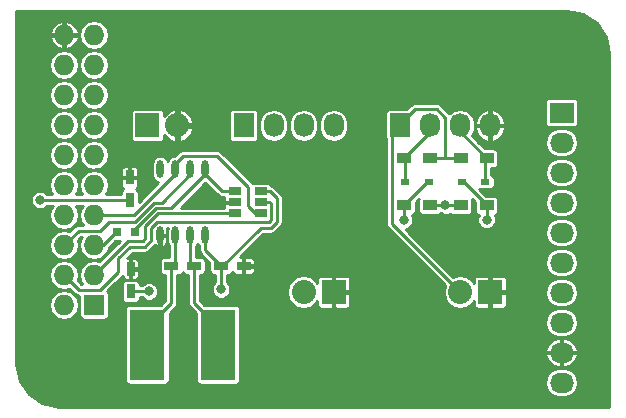
<source format=gtl>
G04 #@! TF.GenerationSoftware,KiCad,Pcbnew,(2016-12-15 revision b13c7e4)-master*
G04 #@! TF.CreationDate,2017-03-13T10:32:04-06:00*
G04 #@! TF.ProjectId,ToolHead_PCB,546F6F6C486561645F5043422E6B6963,0.7*
G04 #@! TF.FileFunction,Copper,L1,Top,Signal*
G04 #@! TF.FilePolarity,Positive*
%FSLAX46Y46*%
G04 Gerber Fmt 4.6, Leading zero omitted, Abs format (unit mm)*
G04 Created by KiCad (PCBNEW (2016-12-15 revision b13c7e4)-master) date Mon Mar 13 10:32:04 2017*
%MOMM*%
%LPD*%
G01*
G04 APERTURE LIST*
%ADD10C,0.100000*%
%ADD11O,2.032000X1.727200*%
%ADD12R,2.032000X1.727200*%
%ADD13R,2.032000X2.032000*%
%ADD14O,2.032000X2.032000*%
%ADD15C,6.200000*%
%ADD16R,1.727200X1.727200*%
%ADD17O,1.727200X1.727200*%
%ADD18O,1.727200X2.032000*%
%ADD19R,1.727200X2.032000*%
%ADD20R,3.000000X6.000000*%
%ADD21R,0.750000X1.200000*%
%ADD22O,0.609600X1.473200*%
%ADD23R,1.060000X0.650000*%
%ADD24R,1.200000X0.750000*%
%ADD25R,0.800000X0.500000*%
%ADD26R,1.200000X0.900000*%
%ADD27R,0.800000X0.750000*%
%ADD28C,0.800000*%
%ADD29C,0.500000*%
%ADD30C,0.250000*%
%ADD31C,0.254000*%
G04 APERTURE END LIST*
D10*
D11*
X164080000Y-106760000D03*
X164080000Y-104220000D03*
X164080000Y-101680000D03*
X164080000Y-99140000D03*
X164080000Y-96600000D03*
X164080000Y-94060000D03*
X164080000Y-91520000D03*
X164080000Y-88980000D03*
X164080000Y-86440000D03*
D12*
X164080000Y-83900000D03*
D13*
X129005000Y-85000000D03*
D14*
X131545000Y-85000000D03*
D15*
X144500000Y-91000000D03*
D16*
X124505000Y-100200000D03*
D17*
X121965000Y-100200000D03*
X124505000Y-97660000D03*
X121965000Y-97660000D03*
X124505000Y-95120000D03*
X121965000Y-95120000D03*
X124505000Y-92580000D03*
X121965000Y-92580000D03*
X124505000Y-90040000D03*
X121965000Y-90040000D03*
X124505000Y-87500000D03*
X121965000Y-87500000D03*
X124505000Y-84960000D03*
X121965000Y-84960000D03*
X124505000Y-82420000D03*
X121965000Y-82420000D03*
X124505000Y-79880000D03*
X121965000Y-79880000D03*
X124505000Y-77340000D03*
X121965000Y-77340000D03*
D15*
X121465000Y-105250000D03*
X164580000Y-78850000D03*
D18*
X158025000Y-85000000D03*
X155485000Y-85000000D03*
X152945000Y-85000000D03*
D19*
X150405000Y-85000000D03*
D20*
X135000000Y-103550000D03*
X129000000Y-103550000D03*
D21*
X127500000Y-91300000D03*
X127500000Y-89400000D03*
D19*
X137165000Y-85000000D03*
D18*
X139705000Y-85000000D03*
X142245000Y-85000000D03*
X144785000Y-85000000D03*
D14*
X155485000Y-99100000D03*
D13*
X158025000Y-99100000D03*
D14*
X142245000Y-99100000D03*
D13*
X144785000Y-99100000D03*
D22*
X130095000Y-88706000D03*
X131365000Y-88706000D03*
X132635000Y-88706000D03*
X133905000Y-88706000D03*
X133905000Y-94294000D03*
X132635000Y-94294000D03*
X131365000Y-94294000D03*
X130095000Y-94294000D03*
D23*
X138600000Y-91500000D03*
X138600000Y-90550000D03*
X138600000Y-92450000D03*
X136400000Y-92450000D03*
X136400000Y-91500000D03*
X136400000Y-90550000D03*
D21*
X127600000Y-99050000D03*
X127600000Y-97150000D03*
D24*
X135250000Y-96900000D03*
X137150000Y-96900000D03*
X131050000Y-96900000D03*
X132950000Y-96900000D03*
D25*
X150835000Y-89770000D03*
X152835000Y-89770000D03*
X155635000Y-89770000D03*
X157635000Y-89770000D03*
D26*
X157735000Y-91770000D03*
X155535000Y-91770000D03*
X150735000Y-91770000D03*
X152935000Y-91770000D03*
X152935000Y-87770000D03*
X150735000Y-87770000D03*
X157735000Y-87770000D03*
X155535000Y-87770000D03*
D27*
X126450000Y-94000000D03*
X127950000Y-94000000D03*
D28*
X135000000Y-91500000D03*
X150735000Y-93020000D03*
X157735000Y-93020000D03*
X119919491Y-91300000D03*
X129150000Y-99050000D03*
X154240000Y-91770000D03*
X135250000Y-98870000D03*
D29*
X130095000Y-94294000D02*
X130095000Y-94064738D01*
D30*
X130095000Y-94294000D02*
X130095000Y-93905000D01*
X130095000Y-94294000D02*
X130095000Y-93862200D01*
X131050000Y-96900000D02*
X131050000Y-99350000D01*
X129000000Y-103550000D02*
X129000000Y-102050000D01*
X129000000Y-102050000D02*
X131050000Y-100000000D01*
X131050000Y-100000000D02*
X131050000Y-99350000D01*
X131365000Y-94294000D02*
X131365000Y-96585000D01*
X131365000Y-96585000D02*
X131050000Y-96900000D01*
X132950000Y-96900000D02*
X132950000Y-99850000D01*
X135000000Y-103550000D02*
X135000000Y-102050000D01*
X132950000Y-100000000D02*
X132950000Y-99850000D01*
X135000000Y-102050000D02*
X132950000Y-100000000D01*
X132635000Y-94294000D02*
X132635000Y-96585000D01*
X132635000Y-96585000D02*
X132950000Y-96900000D01*
X152945000Y-85000000D02*
X152945000Y-85560000D01*
X152945000Y-85560000D02*
X150735000Y-87770000D01*
X150835000Y-89770000D02*
X150835000Y-87870000D01*
X150735000Y-91770000D02*
X150735000Y-93020000D01*
X150735000Y-93015000D02*
X150740000Y-93020000D01*
X152835000Y-89770000D02*
X152685000Y-89770000D01*
X152685000Y-89770000D02*
X150735000Y-91720000D01*
X150735000Y-91720000D02*
X150735000Y-91770000D01*
X152815000Y-89760000D02*
X152715000Y-89760000D01*
X152845000Y-89710000D02*
X152745000Y-89710000D01*
X157735000Y-93020000D02*
X157735000Y-91770000D01*
X157735000Y-93015000D02*
X157730000Y-93020000D01*
X157788853Y-91716147D02*
X157735000Y-91770000D01*
X155635000Y-89770000D02*
X155785000Y-89770000D01*
X155785000Y-89770000D02*
X157735000Y-91720000D01*
X157735000Y-91720000D02*
X157735000Y-91770000D01*
X155615000Y-89760000D02*
X155715000Y-89760000D01*
X155595000Y-89710000D02*
X155695000Y-89710000D01*
X155485000Y-85000000D02*
X155485000Y-85520000D01*
X155485000Y-85520000D02*
X157735000Y-87770000D01*
X157635000Y-89770000D02*
X157635000Y-87870000D01*
X127950000Y-93777178D02*
X129727189Y-91999989D01*
X131042811Y-91999989D02*
X133905000Y-89137800D01*
X129727189Y-91999989D02*
X131042811Y-91999989D01*
X127950000Y-94000000D02*
X127950000Y-93777178D01*
X127850000Y-94000000D02*
X127875000Y-94000000D01*
X133905000Y-89137800D02*
X133905000Y-88706000D01*
X136400000Y-90550000D02*
X135317200Y-90550000D01*
X135317200Y-90550000D02*
X133905000Y-89137800D01*
X133905000Y-88706000D02*
X133956000Y-88706000D01*
X133905000Y-89260000D02*
X133905000Y-88706000D01*
X133905000Y-88706000D02*
X133905000Y-89055000D01*
X133905000Y-88995000D02*
X133905000Y-88706000D01*
X121965000Y-97660000D02*
X123205000Y-98900000D01*
X139500000Y-92990002D02*
X139500000Y-91620000D01*
X123205000Y-98900000D02*
X125024130Y-98900000D01*
X139340002Y-93150000D02*
X139500000Y-92990002D01*
X125024130Y-98900000D02*
X126550000Y-97374130D01*
X126550000Y-97374130D02*
X126550000Y-96251410D01*
X126550000Y-96251410D02*
X127551399Y-95250011D01*
X127551399Y-95250011D02*
X128786400Y-95250011D01*
X128786400Y-95250011D02*
X129300000Y-94736411D01*
X129300000Y-94736411D02*
X129300000Y-93700000D01*
X129300000Y-93700000D02*
X129850000Y-93150000D01*
X129850000Y-93150000D02*
X139340002Y-93150000D01*
X139500000Y-91620000D02*
X139380000Y-91500000D01*
X139380000Y-91500000D02*
X138600000Y-91500000D01*
X127940767Y-93150000D02*
X129540789Y-91549978D01*
X121965000Y-95120000D02*
X123185000Y-93900000D01*
X123185000Y-93900000D02*
X125000000Y-93900000D01*
X132635000Y-89137800D02*
X132635000Y-88706000D01*
X125000000Y-93900000D02*
X125750000Y-93150000D01*
X125750000Y-93150000D02*
X127940767Y-93150000D01*
X129540789Y-91549978D02*
X130222822Y-91549978D01*
X130222822Y-91549978D02*
X132635000Y-89137800D01*
X125368599Y-96796401D02*
X124505000Y-97660000D01*
X127365000Y-94800000D02*
X125368599Y-96796401D01*
X129913589Y-92450000D02*
X128849989Y-93513600D01*
X136400000Y-92450000D02*
X129913589Y-92450000D01*
X128600000Y-94800000D02*
X127365000Y-94800000D01*
X128849989Y-93513600D02*
X128849989Y-94550011D01*
X128849989Y-94550011D02*
X128600000Y-94800000D01*
X136450000Y-92450000D02*
X136400000Y-92450000D01*
X127874357Y-92580000D02*
X130904357Y-89550000D01*
X130904357Y-89550000D02*
X131100000Y-89354357D01*
X131365000Y-88706000D02*
X131365000Y-89089357D01*
X131365000Y-89089357D02*
X130904357Y-89550000D01*
X127874357Y-92580000D02*
X127400000Y-92580000D01*
X131365000Y-88706000D02*
X131365000Y-89137800D01*
X127621988Y-92580000D02*
X127400000Y-92580000D01*
X127400000Y-92580000D02*
X124500000Y-92580000D01*
X138600000Y-92450000D02*
X138109998Y-92450000D01*
X138109998Y-92450000D02*
X137500167Y-91840169D01*
X137500167Y-91840169D02*
X137500167Y-90173169D01*
X137500167Y-90173169D02*
X134926998Y-87600000D01*
X134926998Y-87600000D02*
X132000000Y-87600000D01*
X132000000Y-87600000D02*
X131365000Y-88235000D01*
X131365000Y-88235000D02*
X131365000Y-88706000D01*
X131365000Y-88706000D02*
X131365000Y-88855895D01*
X138600000Y-92450000D02*
X138425000Y-92450000D01*
X131365000Y-88274200D02*
X131365000Y-88706000D01*
X135250000Y-96900000D02*
X135350000Y-96900000D01*
X135350000Y-96900000D02*
X138593474Y-93656526D01*
X138593474Y-93656526D02*
X139469886Y-93656526D01*
X139469886Y-93656526D02*
X139950010Y-93176402D01*
X139950010Y-93176402D02*
X139950010Y-91120010D01*
X139950010Y-91120010D02*
X139380000Y-90550000D01*
X139380000Y-90550000D02*
X138600000Y-90550000D01*
X135250000Y-96900000D02*
X135250000Y-98870000D01*
X127500000Y-91300000D02*
X119919491Y-91300000D01*
X127600000Y-99050000D02*
X129150000Y-99050000D01*
X152935000Y-91770000D02*
X154240000Y-91770000D01*
X155535000Y-91770000D02*
X154240000Y-91770000D01*
X133905000Y-94294000D02*
X133905000Y-95555000D01*
X133905000Y-95555000D02*
X135250000Y-96900000D01*
X155485000Y-99100000D02*
X149701870Y-93316870D01*
X149701870Y-93316870D02*
X149701870Y-85703130D01*
X149701870Y-85703130D02*
X150405000Y-85000000D01*
X150405000Y-85000000D02*
X150405000Y-84847600D01*
X150405000Y-84847600D02*
X151652600Y-83600000D01*
X151652600Y-83600000D02*
X153500000Y-83600000D01*
X153500000Y-83600000D02*
X154235000Y-84335000D01*
X154235000Y-84335000D02*
X154235000Y-87770000D01*
X124500000Y-99960000D02*
X124540000Y-99960000D01*
X154235000Y-87770000D02*
X155535000Y-87770000D01*
X152935000Y-87770000D02*
X154235000Y-87770000D01*
X124505000Y-95120000D02*
X125230000Y-95120000D01*
X125230000Y-95120000D02*
X126350000Y-94000000D01*
D31*
G36*
X165932812Y-75584024D02*
X167079669Y-76350331D01*
X167845976Y-77497188D01*
X168124000Y-78894911D01*
X168124000Y-108794000D01*
X121509911Y-108794000D01*
X120112188Y-108515976D01*
X118965331Y-107749669D01*
X118199024Y-106602812D01*
X117921000Y-105205089D01*
X117921000Y-100200000D01*
X120696017Y-100200000D01*
X120790757Y-100676288D01*
X121060552Y-101080065D01*
X121464329Y-101349860D01*
X121940617Y-101444600D01*
X121989383Y-101444600D01*
X122465671Y-101349860D01*
X122869448Y-101080065D01*
X123139243Y-100676288D01*
X123233983Y-100200000D01*
X123139243Y-99723712D01*
X122869448Y-99319935D01*
X122465671Y-99050140D01*
X121989383Y-98955400D01*
X121940617Y-98955400D01*
X121464329Y-99050140D01*
X121060552Y-99319935D01*
X120790757Y-99723712D01*
X120696017Y-100200000D01*
X117921000Y-100200000D01*
X117921000Y-91454669D01*
X119138355Y-91454669D01*
X119257005Y-91741823D01*
X119476512Y-91961714D01*
X119763459Y-92080864D01*
X120074160Y-92081136D01*
X120361314Y-91962486D01*
X120518074Y-91806000D01*
X120989682Y-91806000D01*
X120790757Y-92103712D01*
X120696017Y-92580000D01*
X120790757Y-93056288D01*
X121060552Y-93460065D01*
X121464329Y-93729860D01*
X121940617Y-93824600D01*
X121989383Y-93824600D01*
X122465671Y-93729860D01*
X122869448Y-93460065D01*
X123139243Y-93056288D01*
X123233983Y-92580000D01*
X123139243Y-92103712D01*
X122940318Y-91806000D01*
X123529682Y-91806000D01*
X123330757Y-92103712D01*
X123236017Y-92580000D01*
X123330757Y-93056288D01*
X123556409Y-93394000D01*
X123185000Y-93394000D01*
X122991362Y-93432517D01*
X122870013Y-93513600D01*
X122827204Y-93542204D01*
X122410285Y-93959123D01*
X121989383Y-93875400D01*
X121940617Y-93875400D01*
X121464329Y-93970140D01*
X121060552Y-94239935D01*
X120790757Y-94643712D01*
X120696017Y-95120000D01*
X120790757Y-95596288D01*
X121060552Y-96000065D01*
X121464329Y-96269860D01*
X121940617Y-96364600D01*
X121989383Y-96364600D01*
X122465671Y-96269860D01*
X122869448Y-96000065D01*
X123139243Y-95596288D01*
X123233983Y-95120000D01*
X123142169Y-94658423D01*
X123394592Y-94406000D01*
X123489591Y-94406000D01*
X123330757Y-94643712D01*
X123236017Y-95120000D01*
X123330757Y-95596288D01*
X123600552Y-96000065D01*
X124004329Y-96269860D01*
X124480617Y-96364600D01*
X124529383Y-96364600D01*
X125005671Y-96269860D01*
X125409448Y-96000065D01*
X125679243Y-95596288D01*
X125731372Y-95334220D01*
X126302128Y-94763464D01*
X126685944Y-94763464D01*
X124950285Y-96499123D01*
X124529383Y-96415400D01*
X124480617Y-96415400D01*
X124004329Y-96510140D01*
X123600552Y-96779935D01*
X123330757Y-97183712D01*
X123236017Y-97660000D01*
X123330757Y-98136288D01*
X123502955Y-98394000D01*
X123414592Y-98394000D01*
X123142169Y-98121577D01*
X123233983Y-97660000D01*
X123139243Y-97183712D01*
X122869448Y-96779935D01*
X122465671Y-96510140D01*
X121989383Y-96415400D01*
X121940617Y-96415400D01*
X121464329Y-96510140D01*
X121060552Y-96779935D01*
X120790757Y-97183712D01*
X120696017Y-97660000D01*
X120790757Y-98136288D01*
X121060552Y-98540065D01*
X121464329Y-98809860D01*
X121940617Y-98904600D01*
X121989383Y-98904600D01*
X122410285Y-98820877D01*
X122847204Y-99257796D01*
X123011362Y-99367483D01*
X123205000Y-99406000D01*
X123252936Y-99406000D01*
X123252936Y-101063600D01*
X123282506Y-101212259D01*
X123366714Y-101338286D01*
X123492741Y-101422494D01*
X123641400Y-101452064D01*
X125368600Y-101452064D01*
X125517259Y-101422494D01*
X125643286Y-101338286D01*
X125727494Y-101212259D01*
X125757064Y-101063600D01*
X125757064Y-99336400D01*
X125727494Y-99187741D01*
X125643286Y-99061714D01*
X125604155Y-99035567D01*
X126189722Y-98450000D01*
X126836536Y-98450000D01*
X126836536Y-99650000D01*
X126866106Y-99798659D01*
X126950314Y-99924686D01*
X127076341Y-100008894D01*
X127225000Y-100038464D01*
X127975000Y-100038464D01*
X128123659Y-100008894D01*
X128249686Y-99924686D01*
X128333894Y-99798659D01*
X128363464Y-99650000D01*
X128363464Y-99556000D01*
X128551579Y-99556000D01*
X128707021Y-99711714D01*
X128993968Y-99830864D01*
X129304669Y-99831136D01*
X129591823Y-99712486D01*
X129811714Y-99492979D01*
X129930864Y-99206032D01*
X129931136Y-98895331D01*
X129812486Y-98608177D01*
X129592979Y-98388286D01*
X129306032Y-98269136D01*
X128995331Y-98268864D01*
X128708177Y-98387514D01*
X128551417Y-98544000D01*
X128363464Y-98544000D01*
X128363464Y-98450000D01*
X128333894Y-98301341D01*
X128249686Y-98175314D01*
X128123659Y-98091106D01*
X127975000Y-98061536D01*
X127225000Y-98061536D01*
X127076341Y-98091106D01*
X126950314Y-98175314D01*
X126866106Y-98301341D01*
X126836536Y-98450000D01*
X126189722Y-98450000D01*
X126907796Y-97731926D01*
X126914000Y-97722641D01*
X126914000Y-97811862D01*
X126961347Y-97926168D01*
X127048833Y-98013653D01*
X127163138Y-98061000D01*
X127458750Y-98061000D01*
X127536500Y-97983250D01*
X127536500Y-97213500D01*
X127663500Y-97213500D01*
X127663500Y-97983250D01*
X127741250Y-98061000D01*
X128036862Y-98061000D01*
X128151167Y-98013653D01*
X128238653Y-97926168D01*
X128286000Y-97811862D01*
X128286000Y-97291250D01*
X128208250Y-97213500D01*
X127663500Y-97213500D01*
X127536500Y-97213500D01*
X127516500Y-97213500D01*
X127516500Y-97086500D01*
X127536500Y-97086500D01*
X127536500Y-96316750D01*
X127663500Y-96316750D01*
X127663500Y-97086500D01*
X128208250Y-97086500D01*
X128286000Y-97008750D01*
X128286000Y-96488138D01*
X128238653Y-96373832D01*
X128151167Y-96286347D01*
X128036862Y-96239000D01*
X127741250Y-96239000D01*
X127663500Y-96316750D01*
X127536500Y-96316750D01*
X127458750Y-96239000D01*
X127278002Y-96239000D01*
X127760991Y-95756011D01*
X128786400Y-95756011D01*
X128980038Y-95717494D01*
X129144196Y-95607807D01*
X129654790Y-95097213D01*
X129727093Y-95183510D01*
X129941497Y-95289058D01*
X130031500Y-95235913D01*
X130031500Y-94357500D01*
X130158500Y-94357500D01*
X130158500Y-95235913D01*
X130248503Y-95289058D01*
X130462907Y-95183510D01*
X130610060Y-95007877D01*
X130678800Y-94789300D01*
X130678800Y-94357500D01*
X130158500Y-94357500D01*
X130031500Y-94357500D01*
X130011500Y-94357500D01*
X130011500Y-94230500D01*
X130031500Y-94230500D01*
X130031500Y-94210500D01*
X130158500Y-94210500D01*
X130158500Y-94230500D01*
X130678800Y-94230500D01*
X130678800Y-93798700D01*
X130633922Y-93656000D01*
X130715860Y-93656000D01*
X130679200Y-93840305D01*
X130679200Y-94747695D01*
X130731403Y-95010139D01*
X130859000Y-95201101D01*
X130859000Y-96136536D01*
X130450000Y-96136536D01*
X130301341Y-96166106D01*
X130175314Y-96250314D01*
X130091106Y-96376341D01*
X130061536Y-96525000D01*
X130061536Y-97275000D01*
X130091106Y-97423659D01*
X130175314Y-97549686D01*
X130301341Y-97633894D01*
X130450000Y-97663464D01*
X130544000Y-97663464D01*
X130544000Y-99790408D01*
X130172872Y-100161536D01*
X127500000Y-100161536D01*
X127351341Y-100191106D01*
X127225314Y-100275314D01*
X127141106Y-100401341D01*
X127111536Y-100550000D01*
X127111536Y-106550000D01*
X127141106Y-106698659D01*
X127225314Y-106824686D01*
X127351341Y-106908894D01*
X127500000Y-106938464D01*
X130500000Y-106938464D01*
X130648659Y-106908894D01*
X130774686Y-106824686D01*
X130858894Y-106698659D01*
X130888464Y-106550000D01*
X130888464Y-100877128D01*
X131407796Y-100357796D01*
X131517483Y-100193638D01*
X131556000Y-100000000D01*
X131556000Y-97663464D01*
X131650000Y-97663464D01*
X131798659Y-97633894D01*
X131924686Y-97549686D01*
X132000000Y-97436970D01*
X132075314Y-97549686D01*
X132201341Y-97633894D01*
X132350000Y-97663464D01*
X132444000Y-97663464D01*
X132444000Y-100000000D01*
X132482517Y-100193638D01*
X132592204Y-100357796D01*
X133111536Y-100877128D01*
X133111536Y-106550000D01*
X133141106Y-106698659D01*
X133225314Y-106824686D01*
X133351341Y-106908894D01*
X133500000Y-106938464D01*
X136500000Y-106938464D01*
X136648659Y-106908894D01*
X136774686Y-106824686D01*
X136817907Y-106760000D01*
X162655631Y-106760000D01*
X162750371Y-107236288D01*
X163020166Y-107640065D01*
X163423943Y-107909860D01*
X163900231Y-108004600D01*
X164259769Y-108004600D01*
X164736057Y-107909860D01*
X165139834Y-107640065D01*
X165409629Y-107236288D01*
X165504369Y-106760000D01*
X165409629Y-106283712D01*
X165139834Y-105879935D01*
X164736057Y-105610140D01*
X164259769Y-105515400D01*
X163900231Y-105515400D01*
X163423943Y-105610140D01*
X163020166Y-105879935D01*
X162750371Y-106283712D01*
X162655631Y-106760000D01*
X136817907Y-106760000D01*
X136858894Y-106698659D01*
X136888464Y-106550000D01*
X136888464Y-104477163D01*
X162709858Y-104477163D01*
X162753439Y-104637622D01*
X163002634Y-105055164D01*
X163392646Y-105345560D01*
X163864100Y-105464600D01*
X164016500Y-105464600D01*
X164016500Y-104283500D01*
X164143500Y-104283500D01*
X164143500Y-105464600D01*
X164295900Y-105464600D01*
X164767354Y-105345560D01*
X165157366Y-105055164D01*
X165406561Y-104637622D01*
X165450142Y-104477163D01*
X165379995Y-104283500D01*
X164143500Y-104283500D01*
X164016500Y-104283500D01*
X162780005Y-104283500D01*
X162709858Y-104477163D01*
X136888464Y-104477163D01*
X136888464Y-103962837D01*
X162709858Y-103962837D01*
X162780005Y-104156500D01*
X164016500Y-104156500D01*
X164016500Y-102975400D01*
X164143500Y-102975400D01*
X164143500Y-104156500D01*
X165379995Y-104156500D01*
X165450142Y-103962837D01*
X165406561Y-103802378D01*
X165157366Y-103384836D01*
X164767354Y-103094440D01*
X164295900Y-102975400D01*
X164143500Y-102975400D01*
X164016500Y-102975400D01*
X163864100Y-102975400D01*
X163392646Y-103094440D01*
X163002634Y-103384836D01*
X162753439Y-103802378D01*
X162709858Y-103962837D01*
X136888464Y-103962837D01*
X136888464Y-101680000D01*
X162655631Y-101680000D01*
X162750371Y-102156288D01*
X163020166Y-102560065D01*
X163423943Y-102829860D01*
X163900231Y-102924600D01*
X164259769Y-102924600D01*
X164736057Y-102829860D01*
X165139834Y-102560065D01*
X165409629Y-102156288D01*
X165504369Y-101680000D01*
X165409629Y-101203712D01*
X165139834Y-100799935D01*
X164736057Y-100530140D01*
X164259769Y-100435400D01*
X163900231Y-100435400D01*
X163423943Y-100530140D01*
X163020166Y-100799935D01*
X162750371Y-101203712D01*
X162655631Y-101680000D01*
X136888464Y-101680000D01*
X136888464Y-100550000D01*
X136858894Y-100401341D01*
X136774686Y-100275314D01*
X136648659Y-100191106D01*
X136500000Y-100161536D01*
X133827128Y-100161536D01*
X133456000Y-99790408D01*
X133456000Y-97663464D01*
X133550000Y-97663464D01*
X133698659Y-97633894D01*
X133824686Y-97549686D01*
X133908894Y-97423659D01*
X133938464Y-97275000D01*
X133938464Y-96525000D01*
X133908894Y-96376341D01*
X133824686Y-96250314D01*
X133698659Y-96166106D01*
X133550000Y-96136536D01*
X133141000Y-96136536D01*
X133141000Y-95201101D01*
X133268597Y-95010139D01*
X133270000Y-95003086D01*
X133271403Y-95010139D01*
X133399000Y-95201101D01*
X133399000Y-95555000D01*
X133437517Y-95748638D01*
X133547204Y-95912796D01*
X134261536Y-96627128D01*
X134261536Y-97275000D01*
X134291106Y-97423659D01*
X134375314Y-97549686D01*
X134501341Y-97633894D01*
X134650000Y-97663464D01*
X134744000Y-97663464D01*
X134744000Y-98271579D01*
X134588286Y-98427021D01*
X134469136Y-98713968D01*
X134468864Y-99024669D01*
X134587514Y-99311823D01*
X134807021Y-99531714D01*
X135093968Y-99650864D01*
X135404669Y-99651136D01*
X135691823Y-99532486D01*
X135911714Y-99312979D01*
X136011514Y-99072631D01*
X140848000Y-99072631D01*
X140848000Y-99127369D01*
X140954340Y-99661978D01*
X141257172Y-100115197D01*
X141710391Y-100418029D01*
X142245000Y-100524369D01*
X142779609Y-100418029D01*
X143232828Y-100115197D01*
X143388000Y-99882966D01*
X143388000Y-100191786D01*
X143446004Y-100331820D01*
X143553181Y-100438996D01*
X143693215Y-100497000D01*
X144626250Y-100497000D01*
X144721500Y-100401750D01*
X144721500Y-99163500D01*
X144848500Y-99163500D01*
X144848500Y-100401750D01*
X144943750Y-100497000D01*
X145876785Y-100497000D01*
X146016819Y-100438996D01*
X146123996Y-100331820D01*
X146182000Y-100191786D01*
X146182000Y-99258750D01*
X146086750Y-99163500D01*
X144848500Y-99163500D01*
X144721500Y-99163500D01*
X144701500Y-99163500D01*
X144701500Y-99036500D01*
X144721500Y-99036500D01*
X144721500Y-97798250D01*
X144848500Y-97798250D01*
X144848500Y-99036500D01*
X146086750Y-99036500D01*
X146182000Y-98941250D01*
X146182000Y-98008214D01*
X146123996Y-97868180D01*
X146016819Y-97761004D01*
X145876785Y-97703000D01*
X144943750Y-97703000D01*
X144848500Y-97798250D01*
X144721500Y-97798250D01*
X144626250Y-97703000D01*
X143693215Y-97703000D01*
X143553181Y-97761004D01*
X143446004Y-97868180D01*
X143388000Y-98008214D01*
X143388000Y-98317034D01*
X143232828Y-98084803D01*
X142779609Y-97781971D01*
X142245000Y-97675631D01*
X141710391Y-97781971D01*
X141257172Y-98084803D01*
X140954340Y-98538022D01*
X140848000Y-99072631D01*
X136011514Y-99072631D01*
X136030864Y-99026032D01*
X136031136Y-98715331D01*
X135912486Y-98428177D01*
X135756000Y-98271417D01*
X135756000Y-97663464D01*
X135850000Y-97663464D01*
X135998659Y-97633894D01*
X136124686Y-97549686D01*
X136202901Y-97432629D01*
X136227004Y-97490819D01*
X136334180Y-97597996D01*
X136474214Y-97656000D01*
X136991250Y-97656000D01*
X137086500Y-97560750D01*
X137086500Y-96963500D01*
X137213500Y-96963500D01*
X137213500Y-97560750D01*
X137308750Y-97656000D01*
X137825786Y-97656000D01*
X137965820Y-97597996D01*
X138072996Y-97490819D01*
X138131000Y-97350785D01*
X138131000Y-97058750D01*
X138035750Y-96963500D01*
X137213500Y-96963500D01*
X137086500Y-96963500D01*
X137066500Y-96963500D01*
X137066500Y-96836500D01*
X137086500Y-96836500D01*
X137086500Y-96239250D01*
X137213500Y-96239250D01*
X137213500Y-96836500D01*
X138035750Y-96836500D01*
X138131000Y-96741250D01*
X138131000Y-96449215D01*
X138072996Y-96309181D01*
X137965820Y-96202004D01*
X137825786Y-96144000D01*
X137308750Y-96144000D01*
X137213500Y-96239250D01*
X137086500Y-96239250D01*
X136991250Y-96144000D01*
X136821592Y-96144000D01*
X138803066Y-94162526D01*
X139469886Y-94162526D01*
X139663524Y-94124009D01*
X139827682Y-94014322D01*
X140307806Y-93534198D01*
X140417493Y-93370040D01*
X140456010Y-93176402D01*
X140456010Y-91120010D01*
X140417493Y-90926372D01*
X140307806Y-90762214D01*
X139737796Y-90192204D01*
X139573638Y-90082517D01*
X139480664Y-90064023D01*
X139404686Y-89950314D01*
X139278659Y-89866106D01*
X139130000Y-89836536D01*
X138070000Y-89836536D01*
X137921341Y-89866106D01*
X137900961Y-89879724D01*
X137857963Y-89815373D01*
X135284794Y-87242204D01*
X135120636Y-87132517D01*
X134926998Y-87094000D01*
X132000000Y-87094000D01*
X131806362Y-87132517D01*
X131748258Y-87171341D01*
X131642204Y-87242204D01*
X131306209Y-87578199D01*
X131102556Y-87618708D01*
X130880066Y-87767371D01*
X130731403Y-87989861D01*
X130730000Y-87996914D01*
X130728597Y-87989861D01*
X130579934Y-87767371D01*
X130357444Y-87618708D01*
X130095000Y-87566505D01*
X129832556Y-87618708D01*
X129610066Y-87767371D01*
X129461403Y-87989861D01*
X129409200Y-88252305D01*
X129409200Y-89159695D01*
X129461403Y-89422139D01*
X129610066Y-89644629D01*
X129832556Y-89793292D01*
X129926739Y-89812026D01*
X128263464Y-91475301D01*
X128263464Y-90700000D01*
X128233894Y-90551341D01*
X128149686Y-90425314D01*
X128032629Y-90347099D01*
X128090819Y-90322996D01*
X128197996Y-90215820D01*
X128256000Y-90075786D01*
X128256000Y-89558750D01*
X128160750Y-89463500D01*
X127563500Y-89463500D01*
X127563500Y-89483500D01*
X127436500Y-89483500D01*
X127436500Y-89463500D01*
X126839250Y-89463500D01*
X126744000Y-89558750D01*
X126744000Y-90075786D01*
X126802004Y-90215820D01*
X126909181Y-90322996D01*
X126967371Y-90347099D01*
X126850314Y-90425314D01*
X126766106Y-90551341D01*
X126736536Y-90700000D01*
X126736536Y-90794000D01*
X125493682Y-90794000D01*
X125679243Y-90516288D01*
X125773983Y-90040000D01*
X125679243Y-89563712D01*
X125409448Y-89159935D01*
X125005671Y-88890140D01*
X124529383Y-88795400D01*
X124480617Y-88795400D01*
X124004329Y-88890140D01*
X123600552Y-89159935D01*
X123330757Y-89563712D01*
X123236017Y-90040000D01*
X123330757Y-90516288D01*
X123516318Y-90794000D01*
X122953682Y-90794000D01*
X123139243Y-90516288D01*
X123233983Y-90040000D01*
X123139243Y-89563712D01*
X122869448Y-89159935D01*
X122465671Y-88890140D01*
X121989383Y-88795400D01*
X121940617Y-88795400D01*
X121464329Y-88890140D01*
X121060552Y-89159935D01*
X120790757Y-89563712D01*
X120696017Y-90040000D01*
X120790757Y-90516288D01*
X120976318Y-90794000D01*
X120517912Y-90794000D01*
X120362470Y-90638286D01*
X120075523Y-90519136D01*
X119764822Y-90518864D01*
X119477668Y-90637514D01*
X119257777Y-90857021D01*
X119138627Y-91143968D01*
X119138355Y-91454669D01*
X117921000Y-91454669D01*
X117921000Y-87500000D01*
X120696017Y-87500000D01*
X120790757Y-87976288D01*
X121060552Y-88380065D01*
X121464329Y-88649860D01*
X121940617Y-88744600D01*
X121989383Y-88744600D01*
X122465671Y-88649860D01*
X122869448Y-88380065D01*
X123139243Y-87976288D01*
X123233983Y-87500000D01*
X123236017Y-87500000D01*
X123330757Y-87976288D01*
X123600552Y-88380065D01*
X124004329Y-88649860D01*
X124480617Y-88744600D01*
X124529383Y-88744600D01*
X124631869Y-88724214D01*
X126744000Y-88724214D01*
X126744000Y-89241250D01*
X126839250Y-89336500D01*
X127436500Y-89336500D01*
X127436500Y-88514250D01*
X127563500Y-88514250D01*
X127563500Y-89336500D01*
X128160750Y-89336500D01*
X128256000Y-89241250D01*
X128256000Y-88724214D01*
X128197996Y-88584180D01*
X128090819Y-88477004D01*
X127950785Y-88419000D01*
X127658750Y-88419000D01*
X127563500Y-88514250D01*
X127436500Y-88514250D01*
X127341250Y-88419000D01*
X127049215Y-88419000D01*
X126909181Y-88477004D01*
X126802004Y-88584180D01*
X126744000Y-88724214D01*
X124631869Y-88724214D01*
X125005671Y-88649860D01*
X125409448Y-88380065D01*
X125679243Y-87976288D01*
X125773983Y-87500000D01*
X125679243Y-87023712D01*
X125409448Y-86619935D01*
X125005671Y-86350140D01*
X124529383Y-86255400D01*
X124480617Y-86255400D01*
X124004329Y-86350140D01*
X123600552Y-86619935D01*
X123330757Y-87023712D01*
X123236017Y-87500000D01*
X123233983Y-87500000D01*
X123139243Y-87023712D01*
X122869448Y-86619935D01*
X122465671Y-86350140D01*
X121989383Y-86255400D01*
X121940617Y-86255400D01*
X121464329Y-86350140D01*
X121060552Y-86619935D01*
X120790757Y-87023712D01*
X120696017Y-87500000D01*
X117921000Y-87500000D01*
X117921000Y-84960000D01*
X120696017Y-84960000D01*
X120790757Y-85436288D01*
X121060552Y-85840065D01*
X121464329Y-86109860D01*
X121940617Y-86204600D01*
X121989383Y-86204600D01*
X122465671Y-86109860D01*
X122869448Y-85840065D01*
X123139243Y-85436288D01*
X123233983Y-84960000D01*
X123236017Y-84960000D01*
X123330757Y-85436288D01*
X123600552Y-85840065D01*
X124004329Y-86109860D01*
X124480617Y-86204600D01*
X124529383Y-86204600D01*
X125005671Y-86109860D01*
X125409448Y-85840065D01*
X125679243Y-85436288D01*
X125773983Y-84960000D01*
X125679243Y-84483712D01*
X125409448Y-84079935D01*
X125265872Y-83984000D01*
X127600536Y-83984000D01*
X127600536Y-86016000D01*
X127630106Y-86164659D01*
X127714314Y-86290686D01*
X127840341Y-86374894D01*
X127989000Y-86404464D01*
X130021000Y-86404464D01*
X130169659Y-86374894D01*
X130295686Y-86290686D01*
X130379894Y-86164659D01*
X130409464Y-86016000D01*
X130409464Y-85803879D01*
X130422746Y-85831976D01*
X130826556Y-86198114D01*
X131205824Y-86355201D01*
X131422000Y-86295926D01*
X131422000Y-85123000D01*
X131668000Y-85123000D01*
X131668000Y-86295926D01*
X131884176Y-86355201D01*
X132263444Y-86198114D01*
X132667254Y-85831976D01*
X132900211Y-85339178D01*
X132841335Y-85123000D01*
X131668000Y-85123000D01*
X131422000Y-85123000D01*
X131402000Y-85123000D01*
X131402000Y-84877000D01*
X131422000Y-84877000D01*
X131422000Y-83704074D01*
X131668000Y-83704074D01*
X131668000Y-84877000D01*
X132841335Y-84877000D01*
X132900211Y-84660822D01*
X132667254Y-84168024D01*
X132464296Y-83984000D01*
X135912936Y-83984000D01*
X135912936Y-86016000D01*
X135942506Y-86164659D01*
X136026714Y-86290686D01*
X136152741Y-86374894D01*
X136301400Y-86404464D01*
X138028600Y-86404464D01*
X138177259Y-86374894D01*
X138303286Y-86290686D01*
X138387494Y-86164659D01*
X138417064Y-86016000D01*
X138417064Y-84820231D01*
X138460400Y-84820231D01*
X138460400Y-85179769D01*
X138555140Y-85656057D01*
X138824935Y-86059834D01*
X139228712Y-86329629D01*
X139705000Y-86424369D01*
X140181288Y-86329629D01*
X140585065Y-86059834D01*
X140854860Y-85656057D01*
X140949600Y-85179769D01*
X140949600Y-84820231D01*
X141000400Y-84820231D01*
X141000400Y-85179769D01*
X141095140Y-85656057D01*
X141364935Y-86059834D01*
X141768712Y-86329629D01*
X142245000Y-86424369D01*
X142721288Y-86329629D01*
X143125065Y-86059834D01*
X143394860Y-85656057D01*
X143489600Y-85179769D01*
X143489600Y-84820231D01*
X143540400Y-84820231D01*
X143540400Y-85179769D01*
X143635140Y-85656057D01*
X143904935Y-86059834D01*
X144308712Y-86329629D01*
X144785000Y-86424369D01*
X145261288Y-86329629D01*
X145665065Y-86059834D01*
X145934860Y-85656057D01*
X146029600Y-85179769D01*
X146029600Y-84820231D01*
X145934860Y-84343943D01*
X145694354Y-83984000D01*
X149152936Y-83984000D01*
X149152936Y-86016000D01*
X149182506Y-86164659D01*
X149195870Y-86184660D01*
X149195870Y-93316870D01*
X149234387Y-93510508D01*
X149344074Y-93674666D01*
X154199583Y-98530175D01*
X154194340Y-98538022D01*
X154088000Y-99072631D01*
X154088000Y-99127369D01*
X154194340Y-99661978D01*
X154497172Y-100115197D01*
X154950391Y-100418029D01*
X155485000Y-100524369D01*
X156019609Y-100418029D01*
X156472828Y-100115197D01*
X156628000Y-99882966D01*
X156628000Y-100191786D01*
X156686004Y-100331820D01*
X156793181Y-100438996D01*
X156933215Y-100497000D01*
X157866250Y-100497000D01*
X157961500Y-100401750D01*
X157961500Y-99163500D01*
X158088500Y-99163500D01*
X158088500Y-100401750D01*
X158183750Y-100497000D01*
X159116785Y-100497000D01*
X159256819Y-100438996D01*
X159363996Y-100331820D01*
X159422000Y-100191786D01*
X159422000Y-99258750D01*
X159326750Y-99163500D01*
X158088500Y-99163500D01*
X157961500Y-99163500D01*
X157941500Y-99163500D01*
X157941500Y-99140000D01*
X162655631Y-99140000D01*
X162750371Y-99616288D01*
X163020166Y-100020065D01*
X163423943Y-100289860D01*
X163900231Y-100384600D01*
X164259769Y-100384600D01*
X164736057Y-100289860D01*
X165139834Y-100020065D01*
X165409629Y-99616288D01*
X165504369Y-99140000D01*
X165409629Y-98663712D01*
X165139834Y-98259935D01*
X164736057Y-97990140D01*
X164259769Y-97895400D01*
X163900231Y-97895400D01*
X163423943Y-97990140D01*
X163020166Y-98259935D01*
X162750371Y-98663712D01*
X162655631Y-99140000D01*
X157941500Y-99140000D01*
X157941500Y-99036500D01*
X157961500Y-99036500D01*
X157961500Y-97798250D01*
X158088500Y-97798250D01*
X158088500Y-99036500D01*
X159326750Y-99036500D01*
X159422000Y-98941250D01*
X159422000Y-98008214D01*
X159363996Y-97868180D01*
X159256819Y-97761004D01*
X159116785Y-97703000D01*
X158183750Y-97703000D01*
X158088500Y-97798250D01*
X157961500Y-97798250D01*
X157866250Y-97703000D01*
X156933215Y-97703000D01*
X156793181Y-97761004D01*
X156686004Y-97868180D01*
X156628000Y-98008214D01*
X156628000Y-98317034D01*
X156472828Y-98084803D01*
X156019609Y-97781971D01*
X155485000Y-97675631D01*
X154950391Y-97781971D01*
X154909731Y-97809139D01*
X153700592Y-96600000D01*
X162655631Y-96600000D01*
X162750371Y-97076288D01*
X163020166Y-97480065D01*
X163423943Y-97749860D01*
X163900231Y-97844600D01*
X164259769Y-97844600D01*
X164736057Y-97749860D01*
X165139834Y-97480065D01*
X165409629Y-97076288D01*
X165504369Y-96600000D01*
X165409629Y-96123712D01*
X165139834Y-95719935D01*
X164736057Y-95450140D01*
X164259769Y-95355400D01*
X163900231Y-95355400D01*
X163423943Y-95450140D01*
X163020166Y-95719935D01*
X162750371Y-96123712D01*
X162655631Y-96600000D01*
X153700592Y-96600000D01*
X151160592Y-94060000D01*
X162655631Y-94060000D01*
X162750371Y-94536288D01*
X163020166Y-94940065D01*
X163423943Y-95209860D01*
X163900231Y-95304600D01*
X164259769Y-95304600D01*
X164736057Y-95209860D01*
X165139834Y-94940065D01*
X165409629Y-94536288D01*
X165504369Y-94060000D01*
X165409629Y-93583712D01*
X165139834Y-93179935D01*
X164736057Y-92910140D01*
X164259769Y-92815400D01*
X163900231Y-92815400D01*
X163423943Y-92910140D01*
X163020166Y-93179935D01*
X162750371Y-93583712D01*
X162655631Y-94060000D01*
X151160592Y-94060000D01*
X150898202Y-93797610D01*
X151176823Y-93682486D01*
X151396714Y-93462979D01*
X151515864Y-93176032D01*
X151516136Y-92865331D01*
X151404304Y-92594679D01*
X151483659Y-92578894D01*
X151609686Y-92494686D01*
X151693894Y-92368659D01*
X151723464Y-92220000D01*
X151723464Y-91447128D01*
X151970359Y-91200233D01*
X151946536Y-91320000D01*
X151946536Y-92220000D01*
X151976106Y-92368659D01*
X152060314Y-92494686D01*
X152186341Y-92578894D01*
X152335000Y-92608464D01*
X153535000Y-92608464D01*
X153683659Y-92578894D01*
X153809686Y-92494686D01*
X153839873Y-92449508D01*
X154083968Y-92550864D01*
X154394669Y-92551136D01*
X154632399Y-92452908D01*
X154660314Y-92494686D01*
X154786341Y-92578894D01*
X154935000Y-92608464D01*
X156135000Y-92608464D01*
X156283659Y-92578894D01*
X156409686Y-92494686D01*
X156493894Y-92368659D01*
X156523464Y-92220000D01*
X156523464Y-91320000D01*
X156499641Y-91200233D01*
X156746536Y-91447128D01*
X156746536Y-92220000D01*
X156776106Y-92368659D01*
X156860314Y-92494686D01*
X156986341Y-92578894D01*
X157065934Y-92594726D01*
X156954136Y-92863968D01*
X156953864Y-93174669D01*
X157072514Y-93461823D01*
X157292021Y-93681714D01*
X157578968Y-93800864D01*
X157889669Y-93801136D01*
X158176823Y-93682486D01*
X158396714Y-93462979D01*
X158515864Y-93176032D01*
X158516136Y-92865331D01*
X158404304Y-92594679D01*
X158483659Y-92578894D01*
X158609686Y-92494686D01*
X158693894Y-92368659D01*
X158723464Y-92220000D01*
X158723464Y-91520000D01*
X162655631Y-91520000D01*
X162750371Y-91996288D01*
X163020166Y-92400065D01*
X163423943Y-92669860D01*
X163900231Y-92764600D01*
X164259769Y-92764600D01*
X164736057Y-92669860D01*
X165139834Y-92400065D01*
X165409629Y-91996288D01*
X165504369Y-91520000D01*
X165409629Y-91043712D01*
X165139834Y-90639935D01*
X164736057Y-90370140D01*
X164259769Y-90275400D01*
X163900231Y-90275400D01*
X163423943Y-90370140D01*
X163020166Y-90639935D01*
X162750371Y-91043712D01*
X162655631Y-91520000D01*
X158723464Y-91520000D01*
X158723464Y-91320000D01*
X158693894Y-91171341D01*
X158609686Y-91045314D01*
X158483659Y-90961106D01*
X158335000Y-90931536D01*
X157662128Y-90931536D01*
X157115233Y-90384641D01*
X157235000Y-90408464D01*
X158035000Y-90408464D01*
X158183659Y-90378894D01*
X158309686Y-90294686D01*
X158393894Y-90168659D01*
X158423464Y-90020000D01*
X158423464Y-89520000D01*
X158393894Y-89371341D01*
X158309686Y-89245314D01*
X158183659Y-89161106D01*
X158141000Y-89152621D01*
X158141000Y-88980000D01*
X162655631Y-88980000D01*
X162750371Y-89456288D01*
X163020166Y-89860065D01*
X163423943Y-90129860D01*
X163900231Y-90224600D01*
X164259769Y-90224600D01*
X164736057Y-90129860D01*
X165139834Y-89860065D01*
X165409629Y-89456288D01*
X165504369Y-88980000D01*
X165409629Y-88503712D01*
X165139834Y-88099935D01*
X164736057Y-87830140D01*
X164259769Y-87735400D01*
X163900231Y-87735400D01*
X163423943Y-87830140D01*
X163020166Y-88099935D01*
X162750371Y-88503712D01*
X162655631Y-88980000D01*
X158141000Y-88980000D01*
X158141000Y-88608464D01*
X158335000Y-88608464D01*
X158483659Y-88578894D01*
X158609686Y-88494686D01*
X158693894Y-88368659D01*
X158723464Y-88220000D01*
X158723464Y-87320000D01*
X158693894Y-87171341D01*
X158609686Y-87045314D01*
X158483659Y-86961106D01*
X158335000Y-86931536D01*
X157612128Y-86931536D01*
X157120592Y-86440000D01*
X162655631Y-86440000D01*
X162750371Y-86916288D01*
X163020166Y-87320065D01*
X163423943Y-87589860D01*
X163900231Y-87684600D01*
X164259769Y-87684600D01*
X164736057Y-87589860D01*
X165139834Y-87320065D01*
X165409629Y-86916288D01*
X165504369Y-86440000D01*
X165409629Y-85963712D01*
X165139834Y-85559935D01*
X164736057Y-85290140D01*
X164259769Y-85195400D01*
X163900231Y-85195400D01*
X163423943Y-85290140D01*
X163020166Y-85559935D01*
X162750371Y-85963712D01*
X162655631Y-86440000D01*
X157120592Y-86440000D01*
X156515413Y-85834821D01*
X156634860Y-85656057D01*
X156729600Y-85179769D01*
X156729600Y-85063500D01*
X156780400Y-85063500D01*
X156780400Y-85215900D01*
X156899440Y-85687354D01*
X157189836Y-86077366D01*
X157607378Y-86326561D01*
X157767837Y-86370142D01*
X157961500Y-86299995D01*
X157961500Y-85063500D01*
X158088500Y-85063500D01*
X158088500Y-86299995D01*
X158282163Y-86370142D01*
X158442622Y-86326561D01*
X158860164Y-86077366D01*
X159150560Y-85687354D01*
X159269600Y-85215900D01*
X159269600Y-85063500D01*
X158088500Y-85063500D01*
X157961500Y-85063500D01*
X156780400Y-85063500D01*
X156729600Y-85063500D01*
X156729600Y-84820231D01*
X156722414Y-84784100D01*
X156780400Y-84784100D01*
X156780400Y-84936500D01*
X157961500Y-84936500D01*
X157961500Y-83700005D01*
X158088500Y-83700005D01*
X158088500Y-84936500D01*
X159269600Y-84936500D01*
X159269600Y-84784100D01*
X159150560Y-84312646D01*
X158860164Y-83922634D01*
X158442622Y-83673439D01*
X158282163Y-83629858D01*
X158088500Y-83700005D01*
X157961500Y-83700005D01*
X157767837Y-83629858D01*
X157607378Y-83673439D01*
X157189836Y-83922634D01*
X156899440Y-84312646D01*
X156780400Y-84784100D01*
X156722414Y-84784100D01*
X156634860Y-84343943D01*
X156365065Y-83940166D01*
X155961288Y-83670371D01*
X155485000Y-83575631D01*
X155008712Y-83670371D01*
X154604935Y-83940166D01*
X154585237Y-83969645D01*
X153857796Y-83242204D01*
X153693638Y-83132517D01*
X153500000Y-83094000D01*
X151652600Y-83094000D01*
X151458962Y-83132517D01*
X151294804Y-83242204D01*
X150941472Y-83595536D01*
X149541400Y-83595536D01*
X149392741Y-83625106D01*
X149266714Y-83709314D01*
X149182506Y-83835341D01*
X149152936Y-83984000D01*
X145694354Y-83984000D01*
X145665065Y-83940166D01*
X145261288Y-83670371D01*
X144785000Y-83575631D01*
X144308712Y-83670371D01*
X143904935Y-83940166D01*
X143635140Y-84343943D01*
X143540400Y-84820231D01*
X143489600Y-84820231D01*
X143394860Y-84343943D01*
X143125065Y-83940166D01*
X142721288Y-83670371D01*
X142245000Y-83575631D01*
X141768712Y-83670371D01*
X141364935Y-83940166D01*
X141095140Y-84343943D01*
X141000400Y-84820231D01*
X140949600Y-84820231D01*
X140854860Y-84343943D01*
X140585065Y-83940166D01*
X140181288Y-83670371D01*
X139705000Y-83575631D01*
X139228712Y-83670371D01*
X138824935Y-83940166D01*
X138555140Y-84343943D01*
X138460400Y-84820231D01*
X138417064Y-84820231D01*
X138417064Y-83984000D01*
X138387494Y-83835341D01*
X138303286Y-83709314D01*
X138177259Y-83625106D01*
X138028600Y-83595536D01*
X136301400Y-83595536D01*
X136152741Y-83625106D01*
X136026714Y-83709314D01*
X135942506Y-83835341D01*
X135912936Y-83984000D01*
X132464296Y-83984000D01*
X132263444Y-83801886D01*
X131884176Y-83644799D01*
X131668000Y-83704074D01*
X131422000Y-83704074D01*
X131205824Y-83644799D01*
X130826556Y-83801886D01*
X130422746Y-84168024D01*
X130409464Y-84196121D01*
X130409464Y-83984000D01*
X130379894Y-83835341D01*
X130295686Y-83709314D01*
X130169659Y-83625106D01*
X130021000Y-83595536D01*
X127989000Y-83595536D01*
X127840341Y-83625106D01*
X127714314Y-83709314D01*
X127630106Y-83835341D01*
X127600536Y-83984000D01*
X125265872Y-83984000D01*
X125005671Y-83810140D01*
X124529383Y-83715400D01*
X124480617Y-83715400D01*
X124004329Y-83810140D01*
X123600552Y-84079935D01*
X123330757Y-84483712D01*
X123236017Y-84960000D01*
X123233983Y-84960000D01*
X123139243Y-84483712D01*
X122869448Y-84079935D01*
X122465671Y-83810140D01*
X121989383Y-83715400D01*
X121940617Y-83715400D01*
X121464329Y-83810140D01*
X121060552Y-84079935D01*
X120790757Y-84483712D01*
X120696017Y-84960000D01*
X117921000Y-84960000D01*
X117921000Y-82420000D01*
X120696017Y-82420000D01*
X120790757Y-82896288D01*
X121060552Y-83300065D01*
X121464329Y-83569860D01*
X121940617Y-83664600D01*
X121989383Y-83664600D01*
X122465671Y-83569860D01*
X122869448Y-83300065D01*
X123139243Y-82896288D01*
X123233983Y-82420000D01*
X123236017Y-82420000D01*
X123330757Y-82896288D01*
X123600552Y-83300065D01*
X124004329Y-83569860D01*
X124480617Y-83664600D01*
X124529383Y-83664600D01*
X125005671Y-83569860D01*
X125409448Y-83300065D01*
X125585623Y-83036400D01*
X162675536Y-83036400D01*
X162675536Y-84763600D01*
X162705106Y-84912259D01*
X162789314Y-85038286D01*
X162915341Y-85122494D01*
X163064000Y-85152064D01*
X165096000Y-85152064D01*
X165244659Y-85122494D01*
X165370686Y-85038286D01*
X165454894Y-84912259D01*
X165484464Y-84763600D01*
X165484464Y-83036400D01*
X165454894Y-82887741D01*
X165370686Y-82761714D01*
X165244659Y-82677506D01*
X165096000Y-82647936D01*
X163064000Y-82647936D01*
X162915341Y-82677506D01*
X162789314Y-82761714D01*
X162705106Y-82887741D01*
X162675536Y-83036400D01*
X125585623Y-83036400D01*
X125679243Y-82896288D01*
X125773983Y-82420000D01*
X125679243Y-81943712D01*
X125409448Y-81539935D01*
X125005671Y-81270140D01*
X124529383Y-81175400D01*
X124480617Y-81175400D01*
X124004329Y-81270140D01*
X123600552Y-81539935D01*
X123330757Y-81943712D01*
X123236017Y-82420000D01*
X123233983Y-82420000D01*
X123139243Y-81943712D01*
X122869448Y-81539935D01*
X122465671Y-81270140D01*
X121989383Y-81175400D01*
X121940617Y-81175400D01*
X121464329Y-81270140D01*
X121060552Y-81539935D01*
X120790757Y-81943712D01*
X120696017Y-82420000D01*
X117921000Y-82420000D01*
X117921000Y-79880000D01*
X120696017Y-79880000D01*
X120790757Y-80356288D01*
X121060552Y-80760065D01*
X121464329Y-81029860D01*
X121940617Y-81124600D01*
X121989383Y-81124600D01*
X122465671Y-81029860D01*
X122869448Y-80760065D01*
X123139243Y-80356288D01*
X123233983Y-79880000D01*
X123236017Y-79880000D01*
X123330757Y-80356288D01*
X123600552Y-80760065D01*
X124004329Y-81029860D01*
X124480617Y-81124600D01*
X124529383Y-81124600D01*
X125005671Y-81029860D01*
X125409448Y-80760065D01*
X125679243Y-80356288D01*
X125773983Y-79880000D01*
X125679243Y-79403712D01*
X125409448Y-78999935D01*
X125005671Y-78730140D01*
X124529383Y-78635400D01*
X124480617Y-78635400D01*
X124004329Y-78730140D01*
X123600552Y-78999935D01*
X123330757Y-79403712D01*
X123236017Y-79880000D01*
X123233983Y-79880000D01*
X123139243Y-79403712D01*
X122869448Y-78999935D01*
X122465671Y-78730140D01*
X121989383Y-78635400D01*
X121940617Y-78635400D01*
X121464329Y-78730140D01*
X121060552Y-78999935D01*
X120790757Y-79403712D01*
X120696017Y-79880000D01*
X117921000Y-79880000D01*
X117921000Y-77597163D01*
X120747258Y-77597163D01*
X120922079Y-78019235D01*
X121261399Y-78366640D01*
X121707836Y-78557748D01*
X121901500Y-78487735D01*
X121901500Y-77403500D01*
X122028500Y-77403500D01*
X122028500Y-78487735D01*
X122222164Y-78557748D01*
X122668601Y-78366640D01*
X123007921Y-78019235D01*
X123182742Y-77597163D01*
X123112595Y-77403500D01*
X122028500Y-77403500D01*
X121901500Y-77403500D01*
X120817405Y-77403500D01*
X120747258Y-77597163D01*
X117921000Y-77597163D01*
X117921000Y-77340000D01*
X123236017Y-77340000D01*
X123330757Y-77816288D01*
X123600552Y-78220065D01*
X124004329Y-78489860D01*
X124480617Y-78584600D01*
X124529383Y-78584600D01*
X125005671Y-78489860D01*
X125409448Y-78220065D01*
X125679243Y-77816288D01*
X125773983Y-77340000D01*
X125679243Y-76863712D01*
X125409448Y-76459935D01*
X125005671Y-76190140D01*
X124529383Y-76095400D01*
X124480617Y-76095400D01*
X124004329Y-76190140D01*
X123600552Y-76459935D01*
X123330757Y-76863712D01*
X123236017Y-77340000D01*
X117921000Y-77340000D01*
X117921000Y-77082837D01*
X120747258Y-77082837D01*
X120817405Y-77276500D01*
X121901500Y-77276500D01*
X121901500Y-76192265D01*
X122028500Y-76192265D01*
X122028500Y-77276500D01*
X123112595Y-77276500D01*
X123182742Y-77082837D01*
X123007921Y-76660765D01*
X122668601Y-76313360D01*
X122222164Y-76122252D01*
X122028500Y-76192265D01*
X121901500Y-76192265D01*
X121707836Y-76122252D01*
X121261399Y-76313360D01*
X120922079Y-76660765D01*
X120747258Y-77082837D01*
X117921000Y-77082837D01*
X117921000Y-75306000D01*
X164535089Y-75306000D01*
X165932812Y-75584024D01*
X165932812Y-75584024D01*
G37*
X165932812Y-75584024D02*
X167079669Y-76350331D01*
X167845976Y-77497188D01*
X168124000Y-78894911D01*
X168124000Y-108794000D01*
X121509911Y-108794000D01*
X120112188Y-108515976D01*
X118965331Y-107749669D01*
X118199024Y-106602812D01*
X117921000Y-105205089D01*
X117921000Y-100200000D01*
X120696017Y-100200000D01*
X120790757Y-100676288D01*
X121060552Y-101080065D01*
X121464329Y-101349860D01*
X121940617Y-101444600D01*
X121989383Y-101444600D01*
X122465671Y-101349860D01*
X122869448Y-101080065D01*
X123139243Y-100676288D01*
X123233983Y-100200000D01*
X123139243Y-99723712D01*
X122869448Y-99319935D01*
X122465671Y-99050140D01*
X121989383Y-98955400D01*
X121940617Y-98955400D01*
X121464329Y-99050140D01*
X121060552Y-99319935D01*
X120790757Y-99723712D01*
X120696017Y-100200000D01*
X117921000Y-100200000D01*
X117921000Y-91454669D01*
X119138355Y-91454669D01*
X119257005Y-91741823D01*
X119476512Y-91961714D01*
X119763459Y-92080864D01*
X120074160Y-92081136D01*
X120361314Y-91962486D01*
X120518074Y-91806000D01*
X120989682Y-91806000D01*
X120790757Y-92103712D01*
X120696017Y-92580000D01*
X120790757Y-93056288D01*
X121060552Y-93460065D01*
X121464329Y-93729860D01*
X121940617Y-93824600D01*
X121989383Y-93824600D01*
X122465671Y-93729860D01*
X122869448Y-93460065D01*
X123139243Y-93056288D01*
X123233983Y-92580000D01*
X123139243Y-92103712D01*
X122940318Y-91806000D01*
X123529682Y-91806000D01*
X123330757Y-92103712D01*
X123236017Y-92580000D01*
X123330757Y-93056288D01*
X123556409Y-93394000D01*
X123185000Y-93394000D01*
X122991362Y-93432517D01*
X122870013Y-93513600D01*
X122827204Y-93542204D01*
X122410285Y-93959123D01*
X121989383Y-93875400D01*
X121940617Y-93875400D01*
X121464329Y-93970140D01*
X121060552Y-94239935D01*
X120790757Y-94643712D01*
X120696017Y-95120000D01*
X120790757Y-95596288D01*
X121060552Y-96000065D01*
X121464329Y-96269860D01*
X121940617Y-96364600D01*
X121989383Y-96364600D01*
X122465671Y-96269860D01*
X122869448Y-96000065D01*
X123139243Y-95596288D01*
X123233983Y-95120000D01*
X123142169Y-94658423D01*
X123394592Y-94406000D01*
X123489591Y-94406000D01*
X123330757Y-94643712D01*
X123236017Y-95120000D01*
X123330757Y-95596288D01*
X123600552Y-96000065D01*
X124004329Y-96269860D01*
X124480617Y-96364600D01*
X124529383Y-96364600D01*
X125005671Y-96269860D01*
X125409448Y-96000065D01*
X125679243Y-95596288D01*
X125731372Y-95334220D01*
X126302128Y-94763464D01*
X126685944Y-94763464D01*
X124950285Y-96499123D01*
X124529383Y-96415400D01*
X124480617Y-96415400D01*
X124004329Y-96510140D01*
X123600552Y-96779935D01*
X123330757Y-97183712D01*
X123236017Y-97660000D01*
X123330757Y-98136288D01*
X123502955Y-98394000D01*
X123414592Y-98394000D01*
X123142169Y-98121577D01*
X123233983Y-97660000D01*
X123139243Y-97183712D01*
X122869448Y-96779935D01*
X122465671Y-96510140D01*
X121989383Y-96415400D01*
X121940617Y-96415400D01*
X121464329Y-96510140D01*
X121060552Y-96779935D01*
X120790757Y-97183712D01*
X120696017Y-97660000D01*
X120790757Y-98136288D01*
X121060552Y-98540065D01*
X121464329Y-98809860D01*
X121940617Y-98904600D01*
X121989383Y-98904600D01*
X122410285Y-98820877D01*
X122847204Y-99257796D01*
X123011362Y-99367483D01*
X123205000Y-99406000D01*
X123252936Y-99406000D01*
X123252936Y-101063600D01*
X123282506Y-101212259D01*
X123366714Y-101338286D01*
X123492741Y-101422494D01*
X123641400Y-101452064D01*
X125368600Y-101452064D01*
X125517259Y-101422494D01*
X125643286Y-101338286D01*
X125727494Y-101212259D01*
X125757064Y-101063600D01*
X125757064Y-99336400D01*
X125727494Y-99187741D01*
X125643286Y-99061714D01*
X125604155Y-99035567D01*
X126189722Y-98450000D01*
X126836536Y-98450000D01*
X126836536Y-99650000D01*
X126866106Y-99798659D01*
X126950314Y-99924686D01*
X127076341Y-100008894D01*
X127225000Y-100038464D01*
X127975000Y-100038464D01*
X128123659Y-100008894D01*
X128249686Y-99924686D01*
X128333894Y-99798659D01*
X128363464Y-99650000D01*
X128363464Y-99556000D01*
X128551579Y-99556000D01*
X128707021Y-99711714D01*
X128993968Y-99830864D01*
X129304669Y-99831136D01*
X129591823Y-99712486D01*
X129811714Y-99492979D01*
X129930864Y-99206032D01*
X129931136Y-98895331D01*
X129812486Y-98608177D01*
X129592979Y-98388286D01*
X129306032Y-98269136D01*
X128995331Y-98268864D01*
X128708177Y-98387514D01*
X128551417Y-98544000D01*
X128363464Y-98544000D01*
X128363464Y-98450000D01*
X128333894Y-98301341D01*
X128249686Y-98175314D01*
X128123659Y-98091106D01*
X127975000Y-98061536D01*
X127225000Y-98061536D01*
X127076341Y-98091106D01*
X126950314Y-98175314D01*
X126866106Y-98301341D01*
X126836536Y-98450000D01*
X126189722Y-98450000D01*
X126907796Y-97731926D01*
X126914000Y-97722641D01*
X126914000Y-97811862D01*
X126961347Y-97926168D01*
X127048833Y-98013653D01*
X127163138Y-98061000D01*
X127458750Y-98061000D01*
X127536500Y-97983250D01*
X127536500Y-97213500D01*
X127663500Y-97213500D01*
X127663500Y-97983250D01*
X127741250Y-98061000D01*
X128036862Y-98061000D01*
X128151167Y-98013653D01*
X128238653Y-97926168D01*
X128286000Y-97811862D01*
X128286000Y-97291250D01*
X128208250Y-97213500D01*
X127663500Y-97213500D01*
X127536500Y-97213500D01*
X127516500Y-97213500D01*
X127516500Y-97086500D01*
X127536500Y-97086500D01*
X127536500Y-96316750D01*
X127663500Y-96316750D01*
X127663500Y-97086500D01*
X128208250Y-97086500D01*
X128286000Y-97008750D01*
X128286000Y-96488138D01*
X128238653Y-96373832D01*
X128151167Y-96286347D01*
X128036862Y-96239000D01*
X127741250Y-96239000D01*
X127663500Y-96316750D01*
X127536500Y-96316750D01*
X127458750Y-96239000D01*
X127278002Y-96239000D01*
X127760991Y-95756011D01*
X128786400Y-95756011D01*
X128980038Y-95717494D01*
X129144196Y-95607807D01*
X129654790Y-95097213D01*
X129727093Y-95183510D01*
X129941497Y-95289058D01*
X130031500Y-95235913D01*
X130031500Y-94357500D01*
X130158500Y-94357500D01*
X130158500Y-95235913D01*
X130248503Y-95289058D01*
X130462907Y-95183510D01*
X130610060Y-95007877D01*
X130678800Y-94789300D01*
X130678800Y-94357500D01*
X130158500Y-94357500D01*
X130031500Y-94357500D01*
X130011500Y-94357500D01*
X130011500Y-94230500D01*
X130031500Y-94230500D01*
X130031500Y-94210500D01*
X130158500Y-94210500D01*
X130158500Y-94230500D01*
X130678800Y-94230500D01*
X130678800Y-93798700D01*
X130633922Y-93656000D01*
X130715860Y-93656000D01*
X130679200Y-93840305D01*
X130679200Y-94747695D01*
X130731403Y-95010139D01*
X130859000Y-95201101D01*
X130859000Y-96136536D01*
X130450000Y-96136536D01*
X130301341Y-96166106D01*
X130175314Y-96250314D01*
X130091106Y-96376341D01*
X130061536Y-96525000D01*
X130061536Y-97275000D01*
X130091106Y-97423659D01*
X130175314Y-97549686D01*
X130301341Y-97633894D01*
X130450000Y-97663464D01*
X130544000Y-97663464D01*
X130544000Y-99790408D01*
X130172872Y-100161536D01*
X127500000Y-100161536D01*
X127351341Y-100191106D01*
X127225314Y-100275314D01*
X127141106Y-100401341D01*
X127111536Y-100550000D01*
X127111536Y-106550000D01*
X127141106Y-106698659D01*
X127225314Y-106824686D01*
X127351341Y-106908894D01*
X127500000Y-106938464D01*
X130500000Y-106938464D01*
X130648659Y-106908894D01*
X130774686Y-106824686D01*
X130858894Y-106698659D01*
X130888464Y-106550000D01*
X130888464Y-100877128D01*
X131407796Y-100357796D01*
X131517483Y-100193638D01*
X131556000Y-100000000D01*
X131556000Y-97663464D01*
X131650000Y-97663464D01*
X131798659Y-97633894D01*
X131924686Y-97549686D01*
X132000000Y-97436970D01*
X132075314Y-97549686D01*
X132201341Y-97633894D01*
X132350000Y-97663464D01*
X132444000Y-97663464D01*
X132444000Y-100000000D01*
X132482517Y-100193638D01*
X132592204Y-100357796D01*
X133111536Y-100877128D01*
X133111536Y-106550000D01*
X133141106Y-106698659D01*
X133225314Y-106824686D01*
X133351341Y-106908894D01*
X133500000Y-106938464D01*
X136500000Y-106938464D01*
X136648659Y-106908894D01*
X136774686Y-106824686D01*
X136817907Y-106760000D01*
X162655631Y-106760000D01*
X162750371Y-107236288D01*
X163020166Y-107640065D01*
X163423943Y-107909860D01*
X163900231Y-108004600D01*
X164259769Y-108004600D01*
X164736057Y-107909860D01*
X165139834Y-107640065D01*
X165409629Y-107236288D01*
X165504369Y-106760000D01*
X165409629Y-106283712D01*
X165139834Y-105879935D01*
X164736057Y-105610140D01*
X164259769Y-105515400D01*
X163900231Y-105515400D01*
X163423943Y-105610140D01*
X163020166Y-105879935D01*
X162750371Y-106283712D01*
X162655631Y-106760000D01*
X136817907Y-106760000D01*
X136858894Y-106698659D01*
X136888464Y-106550000D01*
X136888464Y-104477163D01*
X162709858Y-104477163D01*
X162753439Y-104637622D01*
X163002634Y-105055164D01*
X163392646Y-105345560D01*
X163864100Y-105464600D01*
X164016500Y-105464600D01*
X164016500Y-104283500D01*
X164143500Y-104283500D01*
X164143500Y-105464600D01*
X164295900Y-105464600D01*
X164767354Y-105345560D01*
X165157366Y-105055164D01*
X165406561Y-104637622D01*
X165450142Y-104477163D01*
X165379995Y-104283500D01*
X164143500Y-104283500D01*
X164016500Y-104283500D01*
X162780005Y-104283500D01*
X162709858Y-104477163D01*
X136888464Y-104477163D01*
X136888464Y-103962837D01*
X162709858Y-103962837D01*
X162780005Y-104156500D01*
X164016500Y-104156500D01*
X164016500Y-102975400D01*
X164143500Y-102975400D01*
X164143500Y-104156500D01*
X165379995Y-104156500D01*
X165450142Y-103962837D01*
X165406561Y-103802378D01*
X165157366Y-103384836D01*
X164767354Y-103094440D01*
X164295900Y-102975400D01*
X164143500Y-102975400D01*
X164016500Y-102975400D01*
X163864100Y-102975400D01*
X163392646Y-103094440D01*
X163002634Y-103384836D01*
X162753439Y-103802378D01*
X162709858Y-103962837D01*
X136888464Y-103962837D01*
X136888464Y-101680000D01*
X162655631Y-101680000D01*
X162750371Y-102156288D01*
X163020166Y-102560065D01*
X163423943Y-102829860D01*
X163900231Y-102924600D01*
X164259769Y-102924600D01*
X164736057Y-102829860D01*
X165139834Y-102560065D01*
X165409629Y-102156288D01*
X165504369Y-101680000D01*
X165409629Y-101203712D01*
X165139834Y-100799935D01*
X164736057Y-100530140D01*
X164259769Y-100435400D01*
X163900231Y-100435400D01*
X163423943Y-100530140D01*
X163020166Y-100799935D01*
X162750371Y-101203712D01*
X162655631Y-101680000D01*
X136888464Y-101680000D01*
X136888464Y-100550000D01*
X136858894Y-100401341D01*
X136774686Y-100275314D01*
X136648659Y-100191106D01*
X136500000Y-100161536D01*
X133827128Y-100161536D01*
X133456000Y-99790408D01*
X133456000Y-97663464D01*
X133550000Y-97663464D01*
X133698659Y-97633894D01*
X133824686Y-97549686D01*
X133908894Y-97423659D01*
X133938464Y-97275000D01*
X133938464Y-96525000D01*
X133908894Y-96376341D01*
X133824686Y-96250314D01*
X133698659Y-96166106D01*
X133550000Y-96136536D01*
X133141000Y-96136536D01*
X133141000Y-95201101D01*
X133268597Y-95010139D01*
X133270000Y-95003086D01*
X133271403Y-95010139D01*
X133399000Y-95201101D01*
X133399000Y-95555000D01*
X133437517Y-95748638D01*
X133547204Y-95912796D01*
X134261536Y-96627128D01*
X134261536Y-97275000D01*
X134291106Y-97423659D01*
X134375314Y-97549686D01*
X134501341Y-97633894D01*
X134650000Y-97663464D01*
X134744000Y-97663464D01*
X134744000Y-98271579D01*
X134588286Y-98427021D01*
X134469136Y-98713968D01*
X134468864Y-99024669D01*
X134587514Y-99311823D01*
X134807021Y-99531714D01*
X135093968Y-99650864D01*
X135404669Y-99651136D01*
X135691823Y-99532486D01*
X135911714Y-99312979D01*
X136011514Y-99072631D01*
X140848000Y-99072631D01*
X140848000Y-99127369D01*
X140954340Y-99661978D01*
X141257172Y-100115197D01*
X141710391Y-100418029D01*
X142245000Y-100524369D01*
X142779609Y-100418029D01*
X143232828Y-100115197D01*
X143388000Y-99882966D01*
X143388000Y-100191786D01*
X143446004Y-100331820D01*
X143553181Y-100438996D01*
X143693215Y-100497000D01*
X144626250Y-100497000D01*
X144721500Y-100401750D01*
X144721500Y-99163500D01*
X144848500Y-99163500D01*
X144848500Y-100401750D01*
X144943750Y-100497000D01*
X145876785Y-100497000D01*
X146016819Y-100438996D01*
X146123996Y-100331820D01*
X146182000Y-100191786D01*
X146182000Y-99258750D01*
X146086750Y-99163500D01*
X144848500Y-99163500D01*
X144721500Y-99163500D01*
X144701500Y-99163500D01*
X144701500Y-99036500D01*
X144721500Y-99036500D01*
X144721500Y-97798250D01*
X144848500Y-97798250D01*
X144848500Y-99036500D01*
X146086750Y-99036500D01*
X146182000Y-98941250D01*
X146182000Y-98008214D01*
X146123996Y-97868180D01*
X146016819Y-97761004D01*
X145876785Y-97703000D01*
X144943750Y-97703000D01*
X144848500Y-97798250D01*
X144721500Y-97798250D01*
X144626250Y-97703000D01*
X143693215Y-97703000D01*
X143553181Y-97761004D01*
X143446004Y-97868180D01*
X143388000Y-98008214D01*
X143388000Y-98317034D01*
X143232828Y-98084803D01*
X142779609Y-97781971D01*
X142245000Y-97675631D01*
X141710391Y-97781971D01*
X141257172Y-98084803D01*
X140954340Y-98538022D01*
X140848000Y-99072631D01*
X136011514Y-99072631D01*
X136030864Y-99026032D01*
X136031136Y-98715331D01*
X135912486Y-98428177D01*
X135756000Y-98271417D01*
X135756000Y-97663464D01*
X135850000Y-97663464D01*
X135998659Y-97633894D01*
X136124686Y-97549686D01*
X136202901Y-97432629D01*
X136227004Y-97490819D01*
X136334180Y-97597996D01*
X136474214Y-97656000D01*
X136991250Y-97656000D01*
X137086500Y-97560750D01*
X137086500Y-96963500D01*
X137213500Y-96963500D01*
X137213500Y-97560750D01*
X137308750Y-97656000D01*
X137825786Y-97656000D01*
X137965820Y-97597996D01*
X138072996Y-97490819D01*
X138131000Y-97350785D01*
X138131000Y-97058750D01*
X138035750Y-96963500D01*
X137213500Y-96963500D01*
X137086500Y-96963500D01*
X137066500Y-96963500D01*
X137066500Y-96836500D01*
X137086500Y-96836500D01*
X137086500Y-96239250D01*
X137213500Y-96239250D01*
X137213500Y-96836500D01*
X138035750Y-96836500D01*
X138131000Y-96741250D01*
X138131000Y-96449215D01*
X138072996Y-96309181D01*
X137965820Y-96202004D01*
X137825786Y-96144000D01*
X137308750Y-96144000D01*
X137213500Y-96239250D01*
X137086500Y-96239250D01*
X136991250Y-96144000D01*
X136821592Y-96144000D01*
X138803066Y-94162526D01*
X139469886Y-94162526D01*
X139663524Y-94124009D01*
X139827682Y-94014322D01*
X140307806Y-93534198D01*
X140417493Y-93370040D01*
X140456010Y-93176402D01*
X140456010Y-91120010D01*
X140417493Y-90926372D01*
X140307806Y-90762214D01*
X139737796Y-90192204D01*
X139573638Y-90082517D01*
X139480664Y-90064023D01*
X139404686Y-89950314D01*
X139278659Y-89866106D01*
X139130000Y-89836536D01*
X138070000Y-89836536D01*
X137921341Y-89866106D01*
X137900961Y-89879724D01*
X137857963Y-89815373D01*
X135284794Y-87242204D01*
X135120636Y-87132517D01*
X134926998Y-87094000D01*
X132000000Y-87094000D01*
X131806362Y-87132517D01*
X131748258Y-87171341D01*
X131642204Y-87242204D01*
X131306209Y-87578199D01*
X131102556Y-87618708D01*
X130880066Y-87767371D01*
X130731403Y-87989861D01*
X130730000Y-87996914D01*
X130728597Y-87989861D01*
X130579934Y-87767371D01*
X130357444Y-87618708D01*
X130095000Y-87566505D01*
X129832556Y-87618708D01*
X129610066Y-87767371D01*
X129461403Y-87989861D01*
X129409200Y-88252305D01*
X129409200Y-89159695D01*
X129461403Y-89422139D01*
X129610066Y-89644629D01*
X129832556Y-89793292D01*
X129926739Y-89812026D01*
X128263464Y-91475301D01*
X128263464Y-90700000D01*
X128233894Y-90551341D01*
X128149686Y-90425314D01*
X128032629Y-90347099D01*
X128090819Y-90322996D01*
X128197996Y-90215820D01*
X128256000Y-90075786D01*
X128256000Y-89558750D01*
X128160750Y-89463500D01*
X127563500Y-89463500D01*
X127563500Y-89483500D01*
X127436500Y-89483500D01*
X127436500Y-89463500D01*
X126839250Y-89463500D01*
X126744000Y-89558750D01*
X126744000Y-90075786D01*
X126802004Y-90215820D01*
X126909181Y-90322996D01*
X126967371Y-90347099D01*
X126850314Y-90425314D01*
X126766106Y-90551341D01*
X126736536Y-90700000D01*
X126736536Y-90794000D01*
X125493682Y-90794000D01*
X125679243Y-90516288D01*
X125773983Y-90040000D01*
X125679243Y-89563712D01*
X125409448Y-89159935D01*
X125005671Y-88890140D01*
X124529383Y-88795400D01*
X124480617Y-88795400D01*
X124004329Y-88890140D01*
X123600552Y-89159935D01*
X123330757Y-89563712D01*
X123236017Y-90040000D01*
X123330757Y-90516288D01*
X123516318Y-90794000D01*
X122953682Y-90794000D01*
X123139243Y-90516288D01*
X123233983Y-90040000D01*
X123139243Y-89563712D01*
X122869448Y-89159935D01*
X122465671Y-88890140D01*
X121989383Y-88795400D01*
X121940617Y-88795400D01*
X121464329Y-88890140D01*
X121060552Y-89159935D01*
X120790757Y-89563712D01*
X120696017Y-90040000D01*
X120790757Y-90516288D01*
X120976318Y-90794000D01*
X120517912Y-90794000D01*
X120362470Y-90638286D01*
X120075523Y-90519136D01*
X119764822Y-90518864D01*
X119477668Y-90637514D01*
X119257777Y-90857021D01*
X119138627Y-91143968D01*
X119138355Y-91454669D01*
X117921000Y-91454669D01*
X117921000Y-87500000D01*
X120696017Y-87500000D01*
X120790757Y-87976288D01*
X121060552Y-88380065D01*
X121464329Y-88649860D01*
X121940617Y-88744600D01*
X121989383Y-88744600D01*
X122465671Y-88649860D01*
X122869448Y-88380065D01*
X123139243Y-87976288D01*
X123233983Y-87500000D01*
X123236017Y-87500000D01*
X123330757Y-87976288D01*
X123600552Y-88380065D01*
X124004329Y-88649860D01*
X124480617Y-88744600D01*
X124529383Y-88744600D01*
X124631869Y-88724214D01*
X126744000Y-88724214D01*
X126744000Y-89241250D01*
X126839250Y-89336500D01*
X127436500Y-89336500D01*
X127436500Y-88514250D01*
X127563500Y-88514250D01*
X127563500Y-89336500D01*
X128160750Y-89336500D01*
X128256000Y-89241250D01*
X128256000Y-88724214D01*
X128197996Y-88584180D01*
X128090819Y-88477004D01*
X127950785Y-88419000D01*
X127658750Y-88419000D01*
X127563500Y-88514250D01*
X127436500Y-88514250D01*
X127341250Y-88419000D01*
X127049215Y-88419000D01*
X126909181Y-88477004D01*
X126802004Y-88584180D01*
X126744000Y-88724214D01*
X124631869Y-88724214D01*
X125005671Y-88649860D01*
X125409448Y-88380065D01*
X125679243Y-87976288D01*
X125773983Y-87500000D01*
X125679243Y-87023712D01*
X125409448Y-86619935D01*
X125005671Y-86350140D01*
X124529383Y-86255400D01*
X124480617Y-86255400D01*
X124004329Y-86350140D01*
X123600552Y-86619935D01*
X123330757Y-87023712D01*
X123236017Y-87500000D01*
X123233983Y-87500000D01*
X123139243Y-87023712D01*
X122869448Y-86619935D01*
X122465671Y-86350140D01*
X121989383Y-86255400D01*
X121940617Y-86255400D01*
X121464329Y-86350140D01*
X121060552Y-86619935D01*
X120790757Y-87023712D01*
X120696017Y-87500000D01*
X117921000Y-87500000D01*
X117921000Y-84960000D01*
X120696017Y-84960000D01*
X120790757Y-85436288D01*
X121060552Y-85840065D01*
X121464329Y-86109860D01*
X121940617Y-86204600D01*
X121989383Y-86204600D01*
X122465671Y-86109860D01*
X122869448Y-85840065D01*
X123139243Y-85436288D01*
X123233983Y-84960000D01*
X123236017Y-84960000D01*
X123330757Y-85436288D01*
X123600552Y-85840065D01*
X124004329Y-86109860D01*
X124480617Y-86204600D01*
X124529383Y-86204600D01*
X125005671Y-86109860D01*
X125409448Y-85840065D01*
X125679243Y-85436288D01*
X125773983Y-84960000D01*
X125679243Y-84483712D01*
X125409448Y-84079935D01*
X125265872Y-83984000D01*
X127600536Y-83984000D01*
X127600536Y-86016000D01*
X127630106Y-86164659D01*
X127714314Y-86290686D01*
X127840341Y-86374894D01*
X127989000Y-86404464D01*
X130021000Y-86404464D01*
X130169659Y-86374894D01*
X130295686Y-86290686D01*
X130379894Y-86164659D01*
X130409464Y-86016000D01*
X130409464Y-85803879D01*
X130422746Y-85831976D01*
X130826556Y-86198114D01*
X131205824Y-86355201D01*
X131422000Y-86295926D01*
X131422000Y-85123000D01*
X131668000Y-85123000D01*
X131668000Y-86295926D01*
X131884176Y-86355201D01*
X132263444Y-86198114D01*
X132667254Y-85831976D01*
X132900211Y-85339178D01*
X132841335Y-85123000D01*
X131668000Y-85123000D01*
X131422000Y-85123000D01*
X131402000Y-85123000D01*
X131402000Y-84877000D01*
X131422000Y-84877000D01*
X131422000Y-83704074D01*
X131668000Y-83704074D01*
X131668000Y-84877000D01*
X132841335Y-84877000D01*
X132900211Y-84660822D01*
X132667254Y-84168024D01*
X132464296Y-83984000D01*
X135912936Y-83984000D01*
X135912936Y-86016000D01*
X135942506Y-86164659D01*
X136026714Y-86290686D01*
X136152741Y-86374894D01*
X136301400Y-86404464D01*
X138028600Y-86404464D01*
X138177259Y-86374894D01*
X138303286Y-86290686D01*
X138387494Y-86164659D01*
X138417064Y-86016000D01*
X138417064Y-84820231D01*
X138460400Y-84820231D01*
X138460400Y-85179769D01*
X138555140Y-85656057D01*
X138824935Y-86059834D01*
X139228712Y-86329629D01*
X139705000Y-86424369D01*
X140181288Y-86329629D01*
X140585065Y-86059834D01*
X140854860Y-85656057D01*
X140949600Y-85179769D01*
X140949600Y-84820231D01*
X141000400Y-84820231D01*
X141000400Y-85179769D01*
X141095140Y-85656057D01*
X141364935Y-86059834D01*
X141768712Y-86329629D01*
X142245000Y-86424369D01*
X142721288Y-86329629D01*
X143125065Y-86059834D01*
X143394860Y-85656057D01*
X143489600Y-85179769D01*
X143489600Y-84820231D01*
X143540400Y-84820231D01*
X143540400Y-85179769D01*
X143635140Y-85656057D01*
X143904935Y-86059834D01*
X144308712Y-86329629D01*
X144785000Y-86424369D01*
X145261288Y-86329629D01*
X145665065Y-86059834D01*
X145934860Y-85656057D01*
X146029600Y-85179769D01*
X146029600Y-84820231D01*
X145934860Y-84343943D01*
X145694354Y-83984000D01*
X149152936Y-83984000D01*
X149152936Y-86016000D01*
X149182506Y-86164659D01*
X149195870Y-86184660D01*
X149195870Y-93316870D01*
X149234387Y-93510508D01*
X149344074Y-93674666D01*
X154199583Y-98530175D01*
X154194340Y-98538022D01*
X154088000Y-99072631D01*
X154088000Y-99127369D01*
X154194340Y-99661978D01*
X154497172Y-100115197D01*
X154950391Y-100418029D01*
X155485000Y-100524369D01*
X156019609Y-100418029D01*
X156472828Y-100115197D01*
X156628000Y-99882966D01*
X156628000Y-100191786D01*
X156686004Y-100331820D01*
X156793181Y-100438996D01*
X156933215Y-100497000D01*
X157866250Y-100497000D01*
X157961500Y-100401750D01*
X157961500Y-99163500D01*
X158088500Y-99163500D01*
X158088500Y-100401750D01*
X158183750Y-100497000D01*
X159116785Y-100497000D01*
X159256819Y-100438996D01*
X159363996Y-100331820D01*
X159422000Y-100191786D01*
X159422000Y-99258750D01*
X159326750Y-99163500D01*
X158088500Y-99163500D01*
X157961500Y-99163500D01*
X157941500Y-99163500D01*
X157941500Y-99140000D01*
X162655631Y-99140000D01*
X162750371Y-99616288D01*
X163020166Y-100020065D01*
X163423943Y-100289860D01*
X163900231Y-100384600D01*
X164259769Y-100384600D01*
X164736057Y-100289860D01*
X165139834Y-100020065D01*
X165409629Y-99616288D01*
X165504369Y-99140000D01*
X165409629Y-98663712D01*
X165139834Y-98259935D01*
X164736057Y-97990140D01*
X164259769Y-97895400D01*
X163900231Y-97895400D01*
X163423943Y-97990140D01*
X163020166Y-98259935D01*
X162750371Y-98663712D01*
X162655631Y-99140000D01*
X157941500Y-99140000D01*
X157941500Y-99036500D01*
X157961500Y-99036500D01*
X157961500Y-97798250D01*
X158088500Y-97798250D01*
X158088500Y-99036500D01*
X159326750Y-99036500D01*
X159422000Y-98941250D01*
X159422000Y-98008214D01*
X159363996Y-97868180D01*
X159256819Y-97761004D01*
X159116785Y-97703000D01*
X158183750Y-97703000D01*
X158088500Y-97798250D01*
X157961500Y-97798250D01*
X157866250Y-97703000D01*
X156933215Y-97703000D01*
X156793181Y-97761004D01*
X156686004Y-97868180D01*
X156628000Y-98008214D01*
X156628000Y-98317034D01*
X156472828Y-98084803D01*
X156019609Y-97781971D01*
X155485000Y-97675631D01*
X154950391Y-97781971D01*
X154909731Y-97809139D01*
X153700592Y-96600000D01*
X162655631Y-96600000D01*
X162750371Y-97076288D01*
X163020166Y-97480065D01*
X163423943Y-97749860D01*
X163900231Y-97844600D01*
X164259769Y-97844600D01*
X164736057Y-97749860D01*
X165139834Y-97480065D01*
X165409629Y-97076288D01*
X165504369Y-96600000D01*
X165409629Y-96123712D01*
X165139834Y-95719935D01*
X164736057Y-95450140D01*
X164259769Y-95355400D01*
X163900231Y-95355400D01*
X163423943Y-95450140D01*
X163020166Y-95719935D01*
X162750371Y-96123712D01*
X162655631Y-96600000D01*
X153700592Y-96600000D01*
X151160592Y-94060000D01*
X162655631Y-94060000D01*
X162750371Y-94536288D01*
X163020166Y-94940065D01*
X163423943Y-95209860D01*
X163900231Y-95304600D01*
X164259769Y-95304600D01*
X164736057Y-95209860D01*
X165139834Y-94940065D01*
X165409629Y-94536288D01*
X165504369Y-94060000D01*
X165409629Y-93583712D01*
X165139834Y-93179935D01*
X164736057Y-92910140D01*
X164259769Y-92815400D01*
X163900231Y-92815400D01*
X163423943Y-92910140D01*
X163020166Y-93179935D01*
X162750371Y-93583712D01*
X162655631Y-94060000D01*
X151160592Y-94060000D01*
X150898202Y-93797610D01*
X151176823Y-93682486D01*
X151396714Y-93462979D01*
X151515864Y-93176032D01*
X151516136Y-92865331D01*
X151404304Y-92594679D01*
X151483659Y-92578894D01*
X151609686Y-92494686D01*
X151693894Y-92368659D01*
X151723464Y-92220000D01*
X151723464Y-91447128D01*
X151970359Y-91200233D01*
X151946536Y-91320000D01*
X151946536Y-92220000D01*
X151976106Y-92368659D01*
X152060314Y-92494686D01*
X152186341Y-92578894D01*
X152335000Y-92608464D01*
X153535000Y-92608464D01*
X153683659Y-92578894D01*
X153809686Y-92494686D01*
X153839873Y-92449508D01*
X154083968Y-92550864D01*
X154394669Y-92551136D01*
X154632399Y-92452908D01*
X154660314Y-92494686D01*
X154786341Y-92578894D01*
X154935000Y-92608464D01*
X156135000Y-92608464D01*
X156283659Y-92578894D01*
X156409686Y-92494686D01*
X156493894Y-92368659D01*
X156523464Y-92220000D01*
X156523464Y-91320000D01*
X156499641Y-91200233D01*
X156746536Y-91447128D01*
X156746536Y-92220000D01*
X156776106Y-92368659D01*
X156860314Y-92494686D01*
X156986341Y-92578894D01*
X157065934Y-92594726D01*
X156954136Y-92863968D01*
X156953864Y-93174669D01*
X157072514Y-93461823D01*
X157292021Y-93681714D01*
X157578968Y-93800864D01*
X157889669Y-93801136D01*
X158176823Y-93682486D01*
X158396714Y-93462979D01*
X158515864Y-93176032D01*
X158516136Y-92865331D01*
X158404304Y-92594679D01*
X158483659Y-92578894D01*
X158609686Y-92494686D01*
X158693894Y-92368659D01*
X158723464Y-92220000D01*
X158723464Y-91520000D01*
X162655631Y-91520000D01*
X162750371Y-91996288D01*
X163020166Y-92400065D01*
X163423943Y-92669860D01*
X163900231Y-92764600D01*
X164259769Y-92764600D01*
X164736057Y-92669860D01*
X165139834Y-92400065D01*
X165409629Y-91996288D01*
X165504369Y-91520000D01*
X165409629Y-91043712D01*
X165139834Y-90639935D01*
X164736057Y-90370140D01*
X164259769Y-90275400D01*
X163900231Y-90275400D01*
X163423943Y-90370140D01*
X163020166Y-90639935D01*
X162750371Y-91043712D01*
X162655631Y-91520000D01*
X158723464Y-91520000D01*
X158723464Y-91320000D01*
X158693894Y-91171341D01*
X158609686Y-91045314D01*
X158483659Y-90961106D01*
X158335000Y-90931536D01*
X157662128Y-90931536D01*
X157115233Y-90384641D01*
X157235000Y-90408464D01*
X158035000Y-90408464D01*
X158183659Y-90378894D01*
X158309686Y-90294686D01*
X158393894Y-90168659D01*
X158423464Y-90020000D01*
X158423464Y-89520000D01*
X158393894Y-89371341D01*
X158309686Y-89245314D01*
X158183659Y-89161106D01*
X158141000Y-89152621D01*
X158141000Y-88980000D01*
X162655631Y-88980000D01*
X162750371Y-89456288D01*
X163020166Y-89860065D01*
X163423943Y-90129860D01*
X163900231Y-90224600D01*
X164259769Y-90224600D01*
X164736057Y-90129860D01*
X165139834Y-89860065D01*
X165409629Y-89456288D01*
X165504369Y-88980000D01*
X165409629Y-88503712D01*
X165139834Y-88099935D01*
X164736057Y-87830140D01*
X164259769Y-87735400D01*
X163900231Y-87735400D01*
X163423943Y-87830140D01*
X163020166Y-88099935D01*
X162750371Y-88503712D01*
X162655631Y-88980000D01*
X158141000Y-88980000D01*
X158141000Y-88608464D01*
X158335000Y-88608464D01*
X158483659Y-88578894D01*
X158609686Y-88494686D01*
X158693894Y-88368659D01*
X158723464Y-88220000D01*
X158723464Y-87320000D01*
X158693894Y-87171341D01*
X158609686Y-87045314D01*
X158483659Y-86961106D01*
X158335000Y-86931536D01*
X157612128Y-86931536D01*
X157120592Y-86440000D01*
X162655631Y-86440000D01*
X162750371Y-86916288D01*
X163020166Y-87320065D01*
X163423943Y-87589860D01*
X163900231Y-87684600D01*
X164259769Y-87684600D01*
X164736057Y-87589860D01*
X165139834Y-87320065D01*
X165409629Y-86916288D01*
X165504369Y-86440000D01*
X165409629Y-85963712D01*
X165139834Y-85559935D01*
X164736057Y-85290140D01*
X164259769Y-85195400D01*
X163900231Y-85195400D01*
X163423943Y-85290140D01*
X163020166Y-85559935D01*
X162750371Y-85963712D01*
X162655631Y-86440000D01*
X157120592Y-86440000D01*
X156515413Y-85834821D01*
X156634860Y-85656057D01*
X156729600Y-85179769D01*
X156729600Y-85063500D01*
X156780400Y-85063500D01*
X156780400Y-85215900D01*
X156899440Y-85687354D01*
X157189836Y-86077366D01*
X157607378Y-86326561D01*
X157767837Y-86370142D01*
X157961500Y-86299995D01*
X157961500Y-85063500D01*
X158088500Y-85063500D01*
X158088500Y-86299995D01*
X158282163Y-86370142D01*
X158442622Y-86326561D01*
X158860164Y-86077366D01*
X159150560Y-85687354D01*
X159269600Y-85215900D01*
X159269600Y-85063500D01*
X158088500Y-85063500D01*
X157961500Y-85063500D01*
X156780400Y-85063500D01*
X156729600Y-85063500D01*
X156729600Y-84820231D01*
X156722414Y-84784100D01*
X156780400Y-84784100D01*
X156780400Y-84936500D01*
X157961500Y-84936500D01*
X157961500Y-83700005D01*
X158088500Y-83700005D01*
X158088500Y-84936500D01*
X159269600Y-84936500D01*
X159269600Y-84784100D01*
X159150560Y-84312646D01*
X158860164Y-83922634D01*
X158442622Y-83673439D01*
X158282163Y-83629858D01*
X158088500Y-83700005D01*
X157961500Y-83700005D01*
X157767837Y-83629858D01*
X157607378Y-83673439D01*
X157189836Y-83922634D01*
X156899440Y-84312646D01*
X156780400Y-84784100D01*
X156722414Y-84784100D01*
X156634860Y-84343943D01*
X156365065Y-83940166D01*
X155961288Y-83670371D01*
X155485000Y-83575631D01*
X155008712Y-83670371D01*
X154604935Y-83940166D01*
X154585237Y-83969645D01*
X153857796Y-83242204D01*
X153693638Y-83132517D01*
X153500000Y-83094000D01*
X151652600Y-83094000D01*
X151458962Y-83132517D01*
X151294804Y-83242204D01*
X150941472Y-83595536D01*
X149541400Y-83595536D01*
X149392741Y-83625106D01*
X149266714Y-83709314D01*
X149182506Y-83835341D01*
X149152936Y-83984000D01*
X145694354Y-83984000D01*
X145665065Y-83940166D01*
X145261288Y-83670371D01*
X144785000Y-83575631D01*
X144308712Y-83670371D01*
X143904935Y-83940166D01*
X143635140Y-84343943D01*
X143540400Y-84820231D01*
X143489600Y-84820231D01*
X143394860Y-84343943D01*
X143125065Y-83940166D01*
X142721288Y-83670371D01*
X142245000Y-83575631D01*
X141768712Y-83670371D01*
X141364935Y-83940166D01*
X141095140Y-84343943D01*
X141000400Y-84820231D01*
X140949600Y-84820231D01*
X140854860Y-84343943D01*
X140585065Y-83940166D01*
X140181288Y-83670371D01*
X139705000Y-83575631D01*
X139228712Y-83670371D01*
X138824935Y-83940166D01*
X138555140Y-84343943D01*
X138460400Y-84820231D01*
X138417064Y-84820231D01*
X138417064Y-83984000D01*
X138387494Y-83835341D01*
X138303286Y-83709314D01*
X138177259Y-83625106D01*
X138028600Y-83595536D01*
X136301400Y-83595536D01*
X136152741Y-83625106D01*
X136026714Y-83709314D01*
X135942506Y-83835341D01*
X135912936Y-83984000D01*
X132464296Y-83984000D01*
X132263444Y-83801886D01*
X131884176Y-83644799D01*
X131668000Y-83704074D01*
X131422000Y-83704074D01*
X131205824Y-83644799D01*
X130826556Y-83801886D01*
X130422746Y-84168024D01*
X130409464Y-84196121D01*
X130409464Y-83984000D01*
X130379894Y-83835341D01*
X130295686Y-83709314D01*
X130169659Y-83625106D01*
X130021000Y-83595536D01*
X127989000Y-83595536D01*
X127840341Y-83625106D01*
X127714314Y-83709314D01*
X127630106Y-83835341D01*
X127600536Y-83984000D01*
X125265872Y-83984000D01*
X125005671Y-83810140D01*
X124529383Y-83715400D01*
X124480617Y-83715400D01*
X124004329Y-83810140D01*
X123600552Y-84079935D01*
X123330757Y-84483712D01*
X123236017Y-84960000D01*
X123233983Y-84960000D01*
X123139243Y-84483712D01*
X122869448Y-84079935D01*
X122465671Y-83810140D01*
X121989383Y-83715400D01*
X121940617Y-83715400D01*
X121464329Y-83810140D01*
X121060552Y-84079935D01*
X120790757Y-84483712D01*
X120696017Y-84960000D01*
X117921000Y-84960000D01*
X117921000Y-82420000D01*
X120696017Y-82420000D01*
X120790757Y-82896288D01*
X121060552Y-83300065D01*
X121464329Y-83569860D01*
X121940617Y-83664600D01*
X121989383Y-83664600D01*
X122465671Y-83569860D01*
X122869448Y-83300065D01*
X123139243Y-82896288D01*
X123233983Y-82420000D01*
X123236017Y-82420000D01*
X123330757Y-82896288D01*
X123600552Y-83300065D01*
X124004329Y-83569860D01*
X124480617Y-83664600D01*
X124529383Y-83664600D01*
X125005671Y-83569860D01*
X125409448Y-83300065D01*
X125585623Y-83036400D01*
X162675536Y-83036400D01*
X162675536Y-84763600D01*
X162705106Y-84912259D01*
X162789314Y-85038286D01*
X162915341Y-85122494D01*
X163064000Y-85152064D01*
X165096000Y-85152064D01*
X165244659Y-85122494D01*
X165370686Y-85038286D01*
X165454894Y-84912259D01*
X165484464Y-84763600D01*
X165484464Y-83036400D01*
X165454894Y-82887741D01*
X165370686Y-82761714D01*
X165244659Y-82677506D01*
X165096000Y-82647936D01*
X163064000Y-82647936D01*
X162915341Y-82677506D01*
X162789314Y-82761714D01*
X162705106Y-82887741D01*
X162675536Y-83036400D01*
X125585623Y-83036400D01*
X125679243Y-82896288D01*
X125773983Y-82420000D01*
X125679243Y-81943712D01*
X125409448Y-81539935D01*
X125005671Y-81270140D01*
X124529383Y-81175400D01*
X124480617Y-81175400D01*
X124004329Y-81270140D01*
X123600552Y-81539935D01*
X123330757Y-81943712D01*
X123236017Y-82420000D01*
X123233983Y-82420000D01*
X123139243Y-81943712D01*
X122869448Y-81539935D01*
X122465671Y-81270140D01*
X121989383Y-81175400D01*
X121940617Y-81175400D01*
X121464329Y-81270140D01*
X121060552Y-81539935D01*
X120790757Y-81943712D01*
X120696017Y-82420000D01*
X117921000Y-82420000D01*
X117921000Y-79880000D01*
X120696017Y-79880000D01*
X120790757Y-80356288D01*
X121060552Y-80760065D01*
X121464329Y-81029860D01*
X121940617Y-81124600D01*
X121989383Y-81124600D01*
X122465671Y-81029860D01*
X122869448Y-80760065D01*
X123139243Y-80356288D01*
X123233983Y-79880000D01*
X123236017Y-79880000D01*
X123330757Y-80356288D01*
X123600552Y-80760065D01*
X124004329Y-81029860D01*
X124480617Y-81124600D01*
X124529383Y-81124600D01*
X125005671Y-81029860D01*
X125409448Y-80760065D01*
X125679243Y-80356288D01*
X125773983Y-79880000D01*
X125679243Y-79403712D01*
X125409448Y-78999935D01*
X125005671Y-78730140D01*
X124529383Y-78635400D01*
X124480617Y-78635400D01*
X124004329Y-78730140D01*
X123600552Y-78999935D01*
X123330757Y-79403712D01*
X123236017Y-79880000D01*
X123233983Y-79880000D01*
X123139243Y-79403712D01*
X122869448Y-78999935D01*
X122465671Y-78730140D01*
X121989383Y-78635400D01*
X121940617Y-78635400D01*
X121464329Y-78730140D01*
X121060552Y-78999935D01*
X120790757Y-79403712D01*
X120696017Y-79880000D01*
X117921000Y-79880000D01*
X117921000Y-77597163D01*
X120747258Y-77597163D01*
X120922079Y-78019235D01*
X121261399Y-78366640D01*
X121707836Y-78557748D01*
X121901500Y-78487735D01*
X121901500Y-77403500D01*
X122028500Y-77403500D01*
X122028500Y-78487735D01*
X122222164Y-78557748D01*
X122668601Y-78366640D01*
X123007921Y-78019235D01*
X123182742Y-77597163D01*
X123112595Y-77403500D01*
X122028500Y-77403500D01*
X121901500Y-77403500D01*
X120817405Y-77403500D01*
X120747258Y-77597163D01*
X117921000Y-77597163D01*
X117921000Y-77340000D01*
X123236017Y-77340000D01*
X123330757Y-77816288D01*
X123600552Y-78220065D01*
X124004329Y-78489860D01*
X124480617Y-78584600D01*
X124529383Y-78584600D01*
X125005671Y-78489860D01*
X125409448Y-78220065D01*
X125679243Y-77816288D01*
X125773983Y-77340000D01*
X125679243Y-76863712D01*
X125409448Y-76459935D01*
X125005671Y-76190140D01*
X124529383Y-76095400D01*
X124480617Y-76095400D01*
X124004329Y-76190140D01*
X123600552Y-76459935D01*
X123330757Y-76863712D01*
X123236017Y-77340000D01*
X117921000Y-77340000D01*
X117921000Y-77082837D01*
X120747258Y-77082837D01*
X120817405Y-77276500D01*
X121901500Y-77276500D01*
X121901500Y-76192265D01*
X122028500Y-76192265D01*
X122028500Y-77276500D01*
X123112595Y-77276500D01*
X123182742Y-77082837D01*
X123007921Y-76660765D01*
X122668601Y-76313360D01*
X122222164Y-76122252D01*
X122028500Y-76192265D01*
X121901500Y-76192265D01*
X121707836Y-76122252D01*
X121261399Y-76313360D01*
X120922079Y-76660765D01*
X120747258Y-77082837D01*
X117921000Y-77082837D01*
X117921000Y-75306000D01*
X164535089Y-75306000D01*
X165932812Y-75584024D01*
G36*
X134959404Y-90907796D02*
X135123562Y-91017483D01*
X135317200Y-91056000D01*
X135506900Y-91056000D01*
X135489000Y-91099215D01*
X135489000Y-91341250D01*
X135584250Y-91436500D01*
X136336500Y-91436500D01*
X136336500Y-91416500D01*
X136463500Y-91416500D01*
X136463500Y-91436500D01*
X136483500Y-91436500D01*
X136483500Y-91563500D01*
X136463500Y-91563500D01*
X136463500Y-91583500D01*
X136336500Y-91583500D01*
X136336500Y-91563500D01*
X135584250Y-91563500D01*
X135489000Y-91658750D01*
X135489000Y-91900785D01*
X135506900Y-91944000D01*
X131814392Y-91944000D01*
X133905000Y-89853392D01*
X134959404Y-90907796D01*
X134959404Y-90907796D01*
G37*
X134959404Y-90907796D02*
X135123562Y-91017483D01*
X135317200Y-91056000D01*
X135506900Y-91056000D01*
X135489000Y-91099215D01*
X135489000Y-91341250D01*
X135584250Y-91436500D01*
X136336500Y-91436500D01*
X136336500Y-91416500D01*
X136463500Y-91416500D01*
X136463500Y-91436500D01*
X136483500Y-91436500D01*
X136483500Y-91563500D01*
X136463500Y-91563500D01*
X136463500Y-91583500D01*
X136336500Y-91583500D01*
X136336500Y-91563500D01*
X135584250Y-91563500D01*
X135489000Y-91658750D01*
X135489000Y-91900785D01*
X135506900Y-91944000D01*
X131814392Y-91944000D01*
X133905000Y-89853392D01*
X134959404Y-90907796D01*
M02*

</source>
